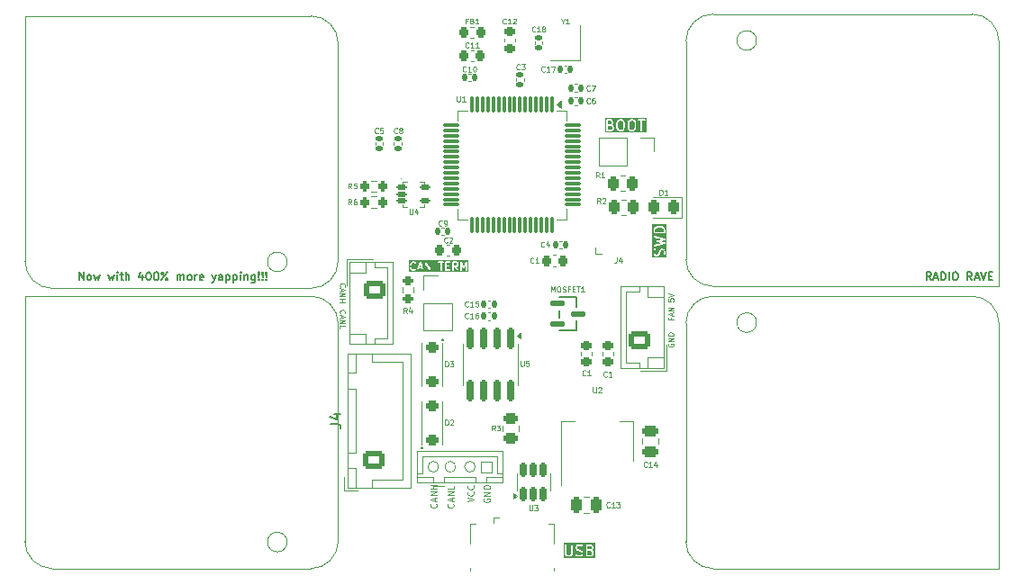
<source format=gto>
G04 #@! TF.GenerationSoftware,KiCad,Pcbnew,9.0.0*
G04 #@! TF.CreationDate,2025-04-17T11:48:43-07:00*
G04 #@! TF.ProjectId,Telemetry_STM32_V3,54656c65-6d65-4747-9279-5f53544d3332,rev?*
G04 #@! TF.SameCoordinates,Original*
G04 #@! TF.FileFunction,Legend,Top*
G04 #@! TF.FilePolarity,Positive*
%FSLAX46Y46*%
G04 Gerber Fmt 4.6, Leading zero omitted, Abs format (unit mm)*
G04 Created by KiCad (PCBNEW 9.0.0) date 2025-04-17 11:48:43*
%MOMM*%
%LPD*%
G01*
G04 APERTURE LIST*
G04 Aperture macros list*
%AMRoundRect*
0 Rectangle with rounded corners*
0 $1 Rounding radius*
0 $2 $3 $4 $5 $6 $7 $8 $9 X,Y pos of 4 corners*
0 Add a 4 corners polygon primitive as box body*
4,1,4,$2,$3,$4,$5,$6,$7,$8,$9,$2,$3,0*
0 Add four circle primitives for the rounded corners*
1,1,$1+$1,$2,$3*
1,1,$1+$1,$4,$5*
1,1,$1+$1,$6,$7*
1,1,$1+$1,$8,$9*
0 Add four rect primitives between the rounded corners*
20,1,$1+$1,$2,$3,$4,$5,0*
20,1,$1+$1,$4,$5,$6,$7,0*
20,1,$1+$1,$6,$7,$8,$9,0*
20,1,$1+$1,$8,$9,$2,$3,0*%
G04 Aperture macros list end*
%ADD10C,0.100000*%
%ADD11C,0.150000*%
%ADD12C,0.080000*%
%ADD13C,0.187500*%
%ADD14C,0.125000*%
%ADD15C,0.120000*%
%ADD16C,0.152400*%
%ADD17RoundRect,0.250000X0.262500X0.450000X-0.262500X0.450000X-0.262500X-0.450000X0.262500X-0.450000X0*%
%ADD18RoundRect,0.250000X-0.250000X-0.475000X0.250000X-0.475000X0.250000X0.475000X-0.250000X0.475000X0*%
%ADD19RoundRect,0.250000X0.750000X-0.600000X0.750000X0.600000X-0.750000X0.600000X-0.750000X-0.600000X0*%
%ADD20O,2.000000X1.700000*%
%ADD21RoundRect,0.112500X-0.362500X-0.112500X0.362500X-0.112500X0.362500X0.112500X-0.362500X0.112500X0*%
%ADD22RoundRect,0.140000X0.140000X0.170000X-0.140000X0.170000X-0.140000X-0.170000X0.140000X-0.170000X0*%
%ADD23C,1.810000*%
%ADD24R,1.500000X2.000000*%
%ADD25R,3.800000X2.000000*%
%ADD26C,3.200000*%
%ADD27RoundRect,0.250000X-0.450000X0.262500X-0.450000X-0.262500X0.450000X-0.262500X0.450000X0.262500X0*%
%ADD28R,1.700000X1.700000*%
%ADD29O,1.700000X1.700000*%
%ADD30RoundRect,0.075000X-0.075000X0.700000X-0.075000X-0.700000X0.075000X-0.700000X0.075000X0.700000X0*%
%ADD31RoundRect,0.075000X-0.700000X0.075000X-0.700000X-0.075000X0.700000X-0.075000X0.700000X0.075000X0*%
%ADD32RoundRect,0.245000X0.380000X-0.245000X0.380000X0.245000X-0.380000X0.245000X-0.380000X-0.245000X0*%
%ADD33RoundRect,0.200000X-0.275000X0.200000X-0.275000X-0.200000X0.275000X-0.200000X0.275000X0.200000X0*%
%ADD34RoundRect,0.150000X0.150000X-0.512500X0.150000X0.512500X-0.150000X0.512500X-0.150000X-0.512500X0*%
%ADD35RoundRect,0.140000X-0.170000X0.140000X-0.170000X-0.140000X0.170000X-0.140000X0.170000X0.140000X0*%
%ADD36RoundRect,0.140000X-0.140000X-0.170000X0.140000X-0.170000X0.140000X0.170000X-0.140000X0.170000X0*%
%ADD37RoundRect,0.139700X-0.571500X0.139700X-0.571500X-0.139700X0.571500X-0.139700X0.571500X0.139700X0*%
%ADD38R,0.400000X1.350000*%
%ADD39O,1.200000X1.900000*%
%ADD40R,1.200000X1.900000*%
%ADD41C,1.450000*%
%ADD42R,1.500000X1.900000*%
%ADD43RoundRect,0.245000X-0.380000X0.245000X-0.380000X-0.245000X0.380000X-0.245000X0.380000X0.245000X0*%
%ADD44RoundRect,0.200000X0.200000X0.275000X-0.200000X0.275000X-0.200000X-0.275000X0.200000X-0.275000X0*%
%ADD45R,1.000000X1.150000*%
%ADD46RoundRect,0.250000X-0.750000X0.600000X-0.750000X-0.600000X0.750000X-0.600000X0.750000X0.600000X0*%
%ADD47C,0.990600*%
%ADD48C,0.787400*%
%ADD49RoundRect,0.150000X-0.150000X0.825000X-0.150000X-0.825000X0.150000X-0.825000X0.150000X0.825000X0*%
%ADD50RoundRect,0.243750X0.243750X0.456250X-0.243750X0.456250X-0.243750X-0.456250X0.243750X-0.456250X0*%
%ADD51RoundRect,0.225000X0.250000X-0.225000X0.250000X0.225000X-0.250000X0.225000X-0.250000X-0.225000X0*%
%ADD52RoundRect,0.218750X-0.218750X-0.256250X0.218750X-0.256250X0.218750X0.256250X-0.218750X0.256250X0*%
%ADD53RoundRect,0.225000X0.225000X0.250000X-0.225000X0.250000X-0.225000X-0.250000X0.225000X-0.250000X0*%
%ADD54RoundRect,0.225000X-0.250000X0.225000X-0.250000X-0.225000X0.250000X-0.225000X0.250000X0.225000X0*%
%ADD55RoundRect,0.250000X0.725000X-0.600000X0.725000X0.600000X-0.725000X0.600000X-0.725000X-0.600000X0*%
%ADD56O,1.950000X1.700000*%
%ADD57RoundRect,0.250000X0.475000X-0.250000X0.475000X0.250000X-0.475000X0.250000X-0.475000X-0.250000X0*%
G04 APERTURE END LIST*
D10*
X146600000Y-129900000D02*
X146600000Y-129400000D01*
X147100000Y-127900000D02*
X148100000Y-127900000D01*
X148100000Y-128900000D01*
X147100000Y-128900000D01*
X147100000Y-127900000D01*
X149100000Y-129400000D02*
X147600000Y-129400000D01*
X146600000Y-129400000D02*
X143600000Y-129400000D01*
X143600000Y-129900000D02*
X143600000Y-129400000D01*
X141100000Y-129400000D02*
X142600000Y-129400000D01*
X149100000Y-129900000D02*
X141100000Y-129900000D01*
X148100000Y-127400000D02*
X148600000Y-127400000D01*
X147600000Y-129400000D02*
X147600000Y-129900000D01*
X143100000Y-128400000D02*
G75*
G02*
X142100000Y-128400000I-500000J0D01*
G01*
X142100000Y-128400000D02*
G75*
G02*
X143100000Y-128400000I500000J0D01*
G01*
X142600000Y-130250000D02*
X143600000Y-130250000D01*
X141100000Y-126900000D02*
X149100000Y-126900000D01*
X141100000Y-129000000D02*
X141600000Y-129000000D01*
X141100000Y-129900000D02*
X141100000Y-126900000D01*
X141600000Y-129000000D02*
X141600000Y-127400000D01*
X144700000Y-128400000D02*
G75*
G02*
X143700000Y-128400000I-500000J0D01*
G01*
X143700000Y-128400000D02*
G75*
G02*
X144700000Y-128400000I500000J0D01*
G01*
X141600000Y-127400000D02*
X148100000Y-127400000D01*
X142600000Y-129400000D02*
X142600000Y-129900000D01*
X148600000Y-127400000D02*
X148600000Y-129000000D01*
X148600000Y-129000000D02*
X149100000Y-129000000D01*
X146550000Y-128400000D02*
G75*
G02*
X145550000Y-128400000I-500000J0D01*
G01*
X145550000Y-128400000D02*
G75*
G02*
X146550000Y-128400000I500000J0D01*
G01*
X149100000Y-126900000D02*
X149100000Y-129900000D01*
D11*
G36*
X157472455Y-136359180D02*
G01*
X157498949Y-136385674D01*
X157533207Y-136454190D01*
X157533207Y-136561637D01*
X157498948Y-136630153D01*
X157468541Y-136660561D01*
X157400026Y-136694819D01*
X157111779Y-136694819D01*
X157111779Y-136321009D01*
X157357942Y-136321009D01*
X157472455Y-136359180D01*
G37*
G36*
X157420923Y-135879077D02*
G01*
X157451330Y-135909484D01*
X157485588Y-135978000D01*
X157485588Y-136037828D01*
X157451330Y-136106344D01*
X157420923Y-136136751D01*
X157352407Y-136171009D01*
X157111779Y-136171009D01*
X157111779Y-135844819D01*
X157352407Y-135844819D01*
X157420923Y-135879077D01*
G37*
G36*
X157794318Y-136955930D02*
G01*
X154850668Y-136955930D01*
X154850668Y-135769819D01*
X154961779Y-135769819D01*
X154961779Y-136579342D01*
X154963220Y-136593974D01*
X154964251Y-136596463D01*
X154964442Y-136599151D01*
X154969697Y-136612883D01*
X155017316Y-136708121D01*
X155021279Y-136714417D01*
X155022037Y-136716247D01*
X155023726Y-136718305D01*
X155025148Y-136720564D01*
X155026646Y-136721863D01*
X155031364Y-136727612D01*
X155078983Y-136775232D01*
X155084732Y-136779950D01*
X155086033Y-136781450D01*
X155088292Y-136782872D01*
X155090349Y-136784560D01*
X155092176Y-136785317D01*
X155098476Y-136789282D01*
X155193714Y-136836901D01*
X155207445Y-136842156D01*
X155210134Y-136842347D01*
X155212623Y-136843378D01*
X155227255Y-136844819D01*
X155417731Y-136844819D01*
X155432363Y-136843378D01*
X155434852Y-136842346D01*
X155437540Y-136842156D01*
X155451272Y-136836901D01*
X155546510Y-136789282D01*
X155552809Y-136785317D01*
X155554637Y-136784560D01*
X155556693Y-136782872D01*
X155558953Y-136781450D01*
X155560253Y-136779950D01*
X155566003Y-136775232D01*
X155613621Y-136727613D01*
X155618339Y-136721863D01*
X155619838Y-136720564D01*
X155621259Y-136718305D01*
X155622949Y-136716247D01*
X155623706Y-136714417D01*
X155627670Y-136708121D01*
X155675289Y-136612883D01*
X155680544Y-136599152D01*
X155680735Y-136596462D01*
X155681766Y-136593974D01*
X155683207Y-136579342D01*
X155683207Y-135960295D01*
X155961779Y-135960295D01*
X155961779Y-136055533D01*
X155963220Y-136070165D01*
X155964251Y-136072654D01*
X155964442Y-136075342D01*
X155969697Y-136089074D01*
X156017316Y-136184312D01*
X156021280Y-136190611D01*
X156022038Y-136192439D01*
X156023726Y-136194495D01*
X156025148Y-136196755D01*
X156026646Y-136198054D01*
X156031365Y-136203804D01*
X156078984Y-136251423D01*
X156084733Y-136256141D01*
X156086033Y-136257640D01*
X156088292Y-136259061D01*
X156090349Y-136260750D01*
X156092176Y-136261507D01*
X156098476Y-136265472D01*
X156193714Y-136313091D01*
X156194783Y-136313500D01*
X156195219Y-136313823D01*
X156201355Y-136316015D01*
X156207445Y-136318346D01*
X156207985Y-136318384D01*
X156209065Y-136318770D01*
X156391555Y-136364392D01*
X156468542Y-136402886D01*
X156498949Y-136433293D01*
X156533207Y-136501809D01*
X156533207Y-136561637D01*
X156498948Y-136630153D01*
X156468541Y-136660561D01*
X156400026Y-136694819D01*
X156191806Y-136694819D01*
X156060496Y-136651049D01*
X156046159Y-136647789D01*
X156016969Y-136649864D01*
X155990796Y-136662950D01*
X155971622Y-136685057D01*
X155962368Y-136712820D01*
X155964443Y-136742010D01*
X155977529Y-136768183D01*
X155999636Y-136787357D01*
X156013062Y-136793351D01*
X156155918Y-136840970D01*
X156163173Y-136842619D01*
X156165004Y-136843378D01*
X156167657Y-136843639D01*
X156170255Y-136844230D01*
X156172229Y-136844089D01*
X156179636Y-136844819D01*
X156417731Y-136844819D01*
X156432363Y-136843378D01*
X156434852Y-136842346D01*
X156437540Y-136842156D01*
X156451272Y-136836901D01*
X156546510Y-136789282D01*
X156552809Y-136785317D01*
X156554637Y-136784560D01*
X156556693Y-136782872D01*
X156558953Y-136781450D01*
X156560253Y-136779950D01*
X156566003Y-136775232D01*
X156613621Y-136727613D01*
X156618339Y-136721863D01*
X156619838Y-136720564D01*
X156621259Y-136718305D01*
X156622949Y-136716247D01*
X156623706Y-136714417D01*
X156627670Y-136708121D01*
X156675289Y-136612883D01*
X156680544Y-136599152D01*
X156680735Y-136596462D01*
X156681766Y-136593974D01*
X156683207Y-136579342D01*
X156683207Y-136484104D01*
X156681766Y-136469472D01*
X156680735Y-136466983D01*
X156680544Y-136464294D01*
X156675289Y-136450563D01*
X156627670Y-136355325D01*
X156623705Y-136349025D01*
X156622948Y-136347198D01*
X156621259Y-136345141D01*
X156619838Y-136342882D01*
X156618339Y-136341582D01*
X156613621Y-136335833D01*
X156566002Y-136288214D01*
X156560252Y-136283495D01*
X156558953Y-136281997D01*
X156556693Y-136280575D01*
X156554637Y-136278887D01*
X156552809Y-136278129D01*
X156546510Y-136274165D01*
X156451272Y-136226546D01*
X156450202Y-136226136D01*
X156449767Y-136225814D01*
X156443621Y-136223618D01*
X156437540Y-136221291D01*
X156437000Y-136221252D01*
X156435921Y-136220867D01*
X156253431Y-136175244D01*
X156176444Y-136136751D01*
X156146037Y-136106344D01*
X156111779Y-136037828D01*
X156111779Y-135978000D01*
X156146037Y-135909484D01*
X156176444Y-135879077D01*
X156244960Y-135844819D01*
X156453180Y-135844819D01*
X156584489Y-135888589D01*
X156598826Y-135891849D01*
X156628016Y-135889774D01*
X156654190Y-135876688D01*
X156673364Y-135854580D01*
X156682618Y-135826818D01*
X156680543Y-135797628D01*
X156667456Y-135771455D01*
X156665570Y-135769819D01*
X156961779Y-135769819D01*
X156961779Y-136769819D01*
X156963220Y-136784451D01*
X156974419Y-136811487D01*
X156995111Y-136832179D01*
X157022147Y-136843378D01*
X157036779Y-136844819D01*
X157417731Y-136844819D01*
X157432363Y-136843378D01*
X157434852Y-136842346D01*
X157437540Y-136842156D01*
X157451272Y-136836901D01*
X157546510Y-136789282D01*
X157552809Y-136785317D01*
X157554637Y-136784560D01*
X157556693Y-136782872D01*
X157558953Y-136781450D01*
X157560253Y-136779950D01*
X157566003Y-136775232D01*
X157613621Y-136727613D01*
X157618339Y-136721863D01*
X157619838Y-136720564D01*
X157621259Y-136718305D01*
X157622949Y-136716247D01*
X157623706Y-136714417D01*
X157627670Y-136708121D01*
X157675289Y-136612883D01*
X157680544Y-136599152D01*
X157680735Y-136596462D01*
X157681766Y-136593974D01*
X157683207Y-136579342D01*
X157683207Y-136436485D01*
X157681766Y-136421853D01*
X157680735Y-136419364D01*
X157680544Y-136416675D01*
X157675289Y-136402944D01*
X157627670Y-136307706D01*
X157623705Y-136301406D01*
X157622948Y-136299579D01*
X157621259Y-136297522D01*
X157619838Y-136295263D01*
X157618339Y-136293963D01*
X157613621Y-136288214D01*
X157566002Y-136240595D01*
X157554637Y-136231268D01*
X157552146Y-136230236D01*
X157550111Y-136228471D01*
X157544043Y-136225762D01*
X157566002Y-136203804D01*
X157570720Y-136198054D01*
X157572219Y-136196755D01*
X157573640Y-136194495D01*
X157575329Y-136192439D01*
X157576086Y-136190611D01*
X157580051Y-136184312D01*
X157627670Y-136089074D01*
X157632925Y-136075343D01*
X157633116Y-136072653D01*
X157634147Y-136070165D01*
X157635588Y-136055533D01*
X157635588Y-135960295D01*
X157634147Y-135945663D01*
X157633116Y-135943174D01*
X157632925Y-135940485D01*
X157627670Y-135926754D01*
X157580051Y-135831516D01*
X157576086Y-135825216D01*
X157575329Y-135823389D01*
X157573640Y-135821332D01*
X157572219Y-135819073D01*
X157570720Y-135817773D01*
X157566002Y-135812024D01*
X157518383Y-135764405D01*
X157512633Y-135759686D01*
X157511334Y-135758188D01*
X157509074Y-135756766D01*
X157507018Y-135755078D01*
X157505190Y-135754320D01*
X157498891Y-135750356D01*
X157403653Y-135702737D01*
X157389921Y-135697482D01*
X157387233Y-135697291D01*
X157384744Y-135696260D01*
X157370112Y-135694819D01*
X157036779Y-135694819D01*
X157022147Y-135696260D01*
X156995111Y-135707459D01*
X156974419Y-135728151D01*
X156963220Y-135755187D01*
X156961779Y-135769819D01*
X156665570Y-135769819D01*
X156645349Y-135752281D01*
X156631924Y-135746287D01*
X156489067Y-135698668D01*
X156481813Y-135697018D01*
X156479982Y-135696260D01*
X156477327Y-135695998D01*
X156474730Y-135695408D01*
X156472755Y-135695548D01*
X156465350Y-135694819D01*
X156227255Y-135694819D01*
X156212623Y-135696260D01*
X156210134Y-135697290D01*
X156207445Y-135697482D01*
X156193714Y-135702737D01*
X156098476Y-135750356D01*
X156092176Y-135754320D01*
X156090349Y-135755078D01*
X156088292Y-135756766D01*
X156086033Y-135758188D01*
X156084733Y-135759686D01*
X156078984Y-135764405D01*
X156031365Y-135812024D01*
X156026646Y-135817773D01*
X156025148Y-135819073D01*
X156023726Y-135821332D01*
X156022038Y-135823389D01*
X156021280Y-135825216D01*
X156017316Y-135831516D01*
X155969697Y-135926754D01*
X155964442Y-135940486D01*
X155964251Y-135943173D01*
X155963220Y-135945663D01*
X155961779Y-135960295D01*
X155683207Y-135960295D01*
X155683207Y-135769819D01*
X155681766Y-135755187D01*
X155670567Y-135728151D01*
X155649875Y-135707459D01*
X155622839Y-135696260D01*
X155593575Y-135696260D01*
X155566539Y-135707459D01*
X155545847Y-135728151D01*
X155534648Y-135755187D01*
X155533207Y-135769819D01*
X155533207Y-136561637D01*
X155498948Y-136630153D01*
X155468541Y-136660561D01*
X155400026Y-136694819D01*
X155244960Y-136694819D01*
X155176444Y-136660561D01*
X155146037Y-136630153D01*
X155111779Y-136561637D01*
X155111779Y-135769819D01*
X155110338Y-135755187D01*
X155099139Y-135728151D01*
X155078447Y-135707459D01*
X155051411Y-135696260D01*
X155022147Y-135696260D01*
X154995111Y-135707459D01*
X154974419Y-135728151D01*
X154963220Y-135755187D01*
X154961779Y-135769819D01*
X154850668Y-135769819D01*
X154850668Y-135583708D01*
X157794318Y-135583708D01*
X157794318Y-136955930D01*
G37*
D12*
X133862969Y-113957392D02*
X133839160Y-113933583D01*
X133839160Y-113933583D02*
X133815350Y-113862154D01*
X133815350Y-113862154D02*
X133815350Y-113814535D01*
X133815350Y-113814535D02*
X133839160Y-113743107D01*
X133839160Y-113743107D02*
X133886779Y-113695488D01*
X133886779Y-113695488D02*
X133934398Y-113671678D01*
X133934398Y-113671678D02*
X134029636Y-113647869D01*
X134029636Y-113647869D02*
X134101064Y-113647869D01*
X134101064Y-113647869D02*
X134196302Y-113671678D01*
X134196302Y-113671678D02*
X134243921Y-113695488D01*
X134243921Y-113695488D02*
X134291540Y-113743107D01*
X134291540Y-113743107D02*
X134315350Y-113814535D01*
X134315350Y-113814535D02*
X134315350Y-113862154D01*
X134315350Y-113862154D02*
X134291540Y-113933583D01*
X134291540Y-113933583D02*
X134267731Y-113957392D01*
X133958207Y-114147869D02*
X133958207Y-114385964D01*
X133815350Y-114100250D02*
X134315350Y-114266916D01*
X134315350Y-114266916D02*
X133815350Y-114433583D01*
X133815350Y-114600249D02*
X134315350Y-114600249D01*
X134315350Y-114600249D02*
X133815350Y-114885963D01*
X133815350Y-114885963D02*
X134315350Y-114885963D01*
X133815350Y-115362154D02*
X133815350Y-115124059D01*
X133815350Y-115124059D02*
X134315350Y-115124059D01*
D10*
X153684836Y-111933609D02*
X153684836Y-111433609D01*
X153684836Y-111433609D02*
X153851503Y-111790752D01*
X153851503Y-111790752D02*
X154018169Y-111433609D01*
X154018169Y-111433609D02*
X154018169Y-111933609D01*
X154351503Y-111433609D02*
X154446741Y-111433609D01*
X154446741Y-111433609D02*
X154494360Y-111457419D01*
X154494360Y-111457419D02*
X154541979Y-111505038D01*
X154541979Y-111505038D02*
X154565789Y-111600276D01*
X154565789Y-111600276D02*
X154565789Y-111766942D01*
X154565789Y-111766942D02*
X154541979Y-111862180D01*
X154541979Y-111862180D02*
X154494360Y-111909800D01*
X154494360Y-111909800D02*
X154446741Y-111933609D01*
X154446741Y-111933609D02*
X154351503Y-111933609D01*
X154351503Y-111933609D02*
X154303884Y-111909800D01*
X154303884Y-111909800D02*
X154256265Y-111862180D01*
X154256265Y-111862180D02*
X154232456Y-111766942D01*
X154232456Y-111766942D02*
X154232456Y-111600276D01*
X154232456Y-111600276D02*
X154256265Y-111505038D01*
X154256265Y-111505038D02*
X154303884Y-111457419D01*
X154303884Y-111457419D02*
X154351503Y-111433609D01*
X154756266Y-111909800D02*
X154827694Y-111933609D01*
X154827694Y-111933609D02*
X154946742Y-111933609D01*
X154946742Y-111933609D02*
X154994361Y-111909800D01*
X154994361Y-111909800D02*
X155018170Y-111885990D01*
X155018170Y-111885990D02*
X155041980Y-111838371D01*
X155041980Y-111838371D02*
X155041980Y-111790752D01*
X155041980Y-111790752D02*
X155018170Y-111743133D01*
X155018170Y-111743133D02*
X154994361Y-111719323D01*
X154994361Y-111719323D02*
X154946742Y-111695514D01*
X154946742Y-111695514D02*
X154851504Y-111671704D01*
X154851504Y-111671704D02*
X154803885Y-111647895D01*
X154803885Y-111647895D02*
X154780075Y-111624085D01*
X154780075Y-111624085D02*
X154756266Y-111576466D01*
X154756266Y-111576466D02*
X154756266Y-111528847D01*
X154756266Y-111528847D02*
X154780075Y-111481228D01*
X154780075Y-111481228D02*
X154803885Y-111457419D01*
X154803885Y-111457419D02*
X154851504Y-111433609D01*
X154851504Y-111433609D02*
X154970551Y-111433609D01*
X154970551Y-111433609D02*
X155041980Y-111457419D01*
X155422932Y-111671704D02*
X155256265Y-111671704D01*
X155256265Y-111933609D02*
X155256265Y-111433609D01*
X155256265Y-111433609D02*
X155494360Y-111433609D01*
X155684836Y-111671704D02*
X155851503Y-111671704D01*
X155922931Y-111933609D02*
X155684836Y-111933609D01*
X155684836Y-111933609D02*
X155684836Y-111433609D01*
X155684836Y-111433609D02*
X155922931Y-111433609D01*
X156065789Y-111433609D02*
X156351503Y-111433609D01*
X156208646Y-111933609D02*
X156208646Y-111433609D01*
X156780074Y-111933609D02*
X156494360Y-111933609D01*
X156637217Y-111933609D02*
X156637217Y-111433609D01*
X156637217Y-111433609D02*
X156589598Y-111505038D01*
X156589598Y-111505038D02*
X156541979Y-111552657D01*
X156541979Y-111552657D02*
X156494360Y-111576466D01*
D12*
X144465268Y-131861654D02*
X144493840Y-131890226D01*
X144493840Y-131890226D02*
X144522411Y-131975940D01*
X144522411Y-131975940D02*
X144522411Y-132033083D01*
X144522411Y-132033083D02*
X144493840Y-132118797D01*
X144493840Y-132118797D02*
X144436697Y-132175940D01*
X144436697Y-132175940D02*
X144379554Y-132204511D01*
X144379554Y-132204511D02*
X144265268Y-132233083D01*
X144265268Y-132233083D02*
X144179554Y-132233083D01*
X144179554Y-132233083D02*
X144065268Y-132204511D01*
X144065268Y-132204511D02*
X144008125Y-132175940D01*
X144008125Y-132175940D02*
X143950982Y-132118797D01*
X143950982Y-132118797D02*
X143922411Y-132033083D01*
X143922411Y-132033083D02*
X143922411Y-131975940D01*
X143922411Y-131975940D02*
X143950982Y-131890226D01*
X143950982Y-131890226D02*
X143979554Y-131861654D01*
X144350982Y-131633083D02*
X144350982Y-131347369D01*
X144522411Y-131690226D02*
X143922411Y-131490226D01*
X143922411Y-131490226D02*
X144522411Y-131290226D01*
X144522411Y-131090225D02*
X143922411Y-131090225D01*
X143922411Y-131090225D02*
X144522411Y-130747368D01*
X144522411Y-130747368D02*
X143922411Y-130747368D01*
X144522411Y-130175940D02*
X144522411Y-130461654D01*
X144522411Y-130461654D02*
X143922411Y-130461654D01*
X133862969Y-111457392D02*
X133839160Y-111433583D01*
X133839160Y-111433583D02*
X133815350Y-111362154D01*
X133815350Y-111362154D02*
X133815350Y-111314535D01*
X133815350Y-111314535D02*
X133839160Y-111243107D01*
X133839160Y-111243107D02*
X133886779Y-111195488D01*
X133886779Y-111195488D02*
X133934398Y-111171678D01*
X133934398Y-111171678D02*
X134029636Y-111147869D01*
X134029636Y-111147869D02*
X134101064Y-111147869D01*
X134101064Y-111147869D02*
X134196302Y-111171678D01*
X134196302Y-111171678D02*
X134243921Y-111195488D01*
X134243921Y-111195488D02*
X134291540Y-111243107D01*
X134291540Y-111243107D02*
X134315350Y-111314535D01*
X134315350Y-111314535D02*
X134315350Y-111362154D01*
X134315350Y-111362154D02*
X134291540Y-111433583D01*
X134291540Y-111433583D02*
X134267731Y-111457392D01*
X133958207Y-111647869D02*
X133958207Y-111885964D01*
X133815350Y-111600250D02*
X134315350Y-111766916D01*
X134315350Y-111766916D02*
X133815350Y-111933583D01*
X133815350Y-112100249D02*
X134315350Y-112100249D01*
X134315350Y-112100249D02*
X133815350Y-112385963D01*
X133815350Y-112385963D02*
X134315350Y-112385963D01*
X133815350Y-112624059D02*
X134315350Y-112624059D01*
X134077255Y-112624059D02*
X134077255Y-112909773D01*
X133815350Y-112909773D02*
X134315350Y-112909773D01*
X164708459Y-116816416D02*
X164684649Y-116864035D01*
X164684649Y-116864035D02*
X164684649Y-116935464D01*
X164684649Y-116935464D02*
X164708459Y-117006892D01*
X164708459Y-117006892D02*
X164756078Y-117054511D01*
X164756078Y-117054511D02*
X164803697Y-117078321D01*
X164803697Y-117078321D02*
X164898935Y-117102130D01*
X164898935Y-117102130D02*
X164970363Y-117102130D01*
X164970363Y-117102130D02*
X165065601Y-117078321D01*
X165065601Y-117078321D02*
X165113220Y-117054511D01*
X165113220Y-117054511D02*
X165160840Y-117006892D01*
X165160840Y-117006892D02*
X165184649Y-116935464D01*
X165184649Y-116935464D02*
X165184649Y-116887845D01*
X165184649Y-116887845D02*
X165160840Y-116816416D01*
X165160840Y-116816416D02*
X165137030Y-116792607D01*
X165137030Y-116792607D02*
X164970363Y-116792607D01*
X164970363Y-116792607D02*
X164970363Y-116887845D01*
X165184649Y-116578321D02*
X164684649Y-116578321D01*
X164684649Y-116578321D02*
X165184649Y-116292607D01*
X165184649Y-116292607D02*
X164684649Y-116292607D01*
X165184649Y-116054511D02*
X164684649Y-116054511D01*
X164684649Y-116054511D02*
X164684649Y-115935463D01*
X164684649Y-115935463D02*
X164708459Y-115864035D01*
X164708459Y-115864035D02*
X164756078Y-115816416D01*
X164756078Y-115816416D02*
X164803697Y-115792606D01*
X164803697Y-115792606D02*
X164898935Y-115768797D01*
X164898935Y-115768797D02*
X164970363Y-115768797D01*
X164970363Y-115768797D02*
X165065601Y-115792606D01*
X165065601Y-115792606D02*
X165113220Y-115816416D01*
X165113220Y-115816416D02*
X165160840Y-115864035D01*
X165160840Y-115864035D02*
X165184649Y-115935463D01*
X165184649Y-115935463D02*
X165184649Y-116054511D01*
D11*
G36*
X164105547Y-105914937D02*
G01*
X164182534Y-105953431D01*
X164256648Y-106027544D01*
X164294819Y-106142057D01*
X164294819Y-106292982D01*
X163444819Y-106292982D01*
X163444819Y-106142057D01*
X163482990Y-106027543D01*
X163557103Y-105953431D01*
X163634090Y-105914937D01*
X163807624Y-105871554D01*
X163932013Y-105871554D01*
X164105547Y-105914937D01*
G37*
G36*
X164555930Y-108696950D02*
G01*
X163183708Y-108696950D01*
X163183708Y-108082268D01*
X163294819Y-108082268D01*
X163294819Y-108320363D01*
X163296260Y-108334995D01*
X163297291Y-108337484D01*
X163297482Y-108340172D01*
X163302737Y-108353904D01*
X163350356Y-108449142D01*
X163354320Y-108455441D01*
X163355078Y-108457269D01*
X163356766Y-108459325D01*
X163358188Y-108461585D01*
X163359686Y-108462884D01*
X163364405Y-108468634D01*
X163412024Y-108516253D01*
X163417773Y-108520971D01*
X163419073Y-108522470D01*
X163421332Y-108523891D01*
X163423389Y-108525580D01*
X163425216Y-108526337D01*
X163431516Y-108530302D01*
X163526754Y-108577921D01*
X163540485Y-108583176D01*
X163543174Y-108583367D01*
X163545663Y-108584398D01*
X163560295Y-108585839D01*
X163655533Y-108585839D01*
X163670165Y-108584398D01*
X163672654Y-108583366D01*
X163675342Y-108583176D01*
X163689074Y-108577921D01*
X163784312Y-108530302D01*
X163790611Y-108526337D01*
X163792439Y-108525580D01*
X163794495Y-108523891D01*
X163796755Y-108522470D01*
X163798054Y-108520971D01*
X163803804Y-108516253D01*
X163851423Y-108468634D01*
X163856141Y-108462884D01*
X163857640Y-108461585D01*
X163859061Y-108459325D01*
X163860750Y-108457269D01*
X163861507Y-108455441D01*
X163865472Y-108449142D01*
X163913091Y-108353904D01*
X163913500Y-108352834D01*
X163913823Y-108352399D01*
X163916015Y-108346262D01*
X163918346Y-108340173D01*
X163918384Y-108339632D01*
X163918770Y-108338553D01*
X163964392Y-108156063D01*
X164002886Y-108079076D01*
X164033293Y-108048669D01*
X164101809Y-108014411D01*
X164161637Y-108014411D01*
X164230153Y-108048669D01*
X164260561Y-108079076D01*
X164294819Y-108147592D01*
X164294819Y-108355812D01*
X164251049Y-108487122D01*
X164247789Y-108501459D01*
X164249864Y-108530649D01*
X164262950Y-108556822D01*
X164285057Y-108575996D01*
X164312820Y-108585250D01*
X164342010Y-108583175D01*
X164368183Y-108570089D01*
X164387357Y-108547982D01*
X164393351Y-108534556D01*
X164440970Y-108391700D01*
X164442619Y-108384444D01*
X164443378Y-108382614D01*
X164443639Y-108379960D01*
X164444230Y-108377363D01*
X164444089Y-108375388D01*
X164444819Y-108367982D01*
X164444819Y-108129887D01*
X164443378Y-108115255D01*
X164442347Y-108112766D01*
X164442156Y-108110077D01*
X164436901Y-108096346D01*
X164389282Y-108001108D01*
X164385317Y-107994808D01*
X164384560Y-107992981D01*
X164382872Y-107990924D01*
X164381450Y-107988665D01*
X164379950Y-107987364D01*
X164375232Y-107981615D01*
X164327612Y-107933996D01*
X164321863Y-107929278D01*
X164320564Y-107927780D01*
X164318305Y-107926358D01*
X164316247Y-107924669D01*
X164314417Y-107923911D01*
X164308121Y-107919948D01*
X164212883Y-107872329D01*
X164199151Y-107867074D01*
X164196463Y-107866883D01*
X164193974Y-107865852D01*
X164179342Y-107864411D01*
X164084104Y-107864411D01*
X164069472Y-107865852D01*
X164066983Y-107866882D01*
X164064294Y-107867074D01*
X164050563Y-107872329D01*
X163955325Y-107919948D01*
X163949025Y-107923912D01*
X163947198Y-107924670D01*
X163945141Y-107926358D01*
X163942882Y-107927780D01*
X163941582Y-107929278D01*
X163935833Y-107933997D01*
X163888214Y-107981616D01*
X163883495Y-107987365D01*
X163881997Y-107988665D01*
X163880575Y-107990924D01*
X163878887Y-107992981D01*
X163878129Y-107994808D01*
X163874165Y-108001108D01*
X163826546Y-108096346D01*
X163826136Y-108097415D01*
X163825814Y-108097851D01*
X163823618Y-108103996D01*
X163821291Y-108110078D01*
X163821252Y-108110617D01*
X163820867Y-108111697D01*
X163775244Y-108294187D01*
X163736751Y-108371174D01*
X163706344Y-108401581D01*
X163637828Y-108435839D01*
X163578000Y-108435839D01*
X163509484Y-108401581D01*
X163479077Y-108371174D01*
X163444819Y-108302658D01*
X163444819Y-108094438D01*
X163488589Y-107963129D01*
X163491849Y-107948792D01*
X163489774Y-107919602D01*
X163476688Y-107893428D01*
X163454580Y-107874254D01*
X163426818Y-107865000D01*
X163397628Y-107867075D01*
X163371455Y-107880162D01*
X163352281Y-107902269D01*
X163346287Y-107915694D01*
X163298668Y-108058551D01*
X163297018Y-108065804D01*
X163296260Y-108067636D01*
X163295998Y-108070290D01*
X163295408Y-108072888D01*
X163295548Y-108074862D01*
X163294819Y-108082268D01*
X163183708Y-108082268D01*
X163183708Y-106746131D01*
X163294871Y-106746131D01*
X163299504Y-106775026D01*
X163314840Y-106799948D01*
X163338547Y-106817105D01*
X163352447Y-106821895D01*
X164063303Y-106991146D01*
X163636208Y-107105038D01*
X163632780Y-107106323D01*
X163631340Y-107106515D01*
X163629629Y-107107505D01*
X163622442Y-107110201D01*
X163614582Y-107116216D01*
X163606015Y-107121177D01*
X163603061Y-107125034D01*
X163599204Y-107127988D01*
X163594243Y-107136555D01*
X163588228Y-107144415D01*
X163586976Y-107149107D01*
X163584542Y-107153313D01*
X163583237Y-107163128D01*
X163580688Y-107172691D01*
X163581327Y-107177506D01*
X163580688Y-107182321D01*
X163583237Y-107191883D01*
X163584542Y-107201699D01*
X163586976Y-107205904D01*
X163588228Y-107210597D01*
X163594243Y-107218456D01*
X163599204Y-107227024D01*
X163603061Y-107229977D01*
X163606015Y-107233835D01*
X163614582Y-107238795D01*
X163622442Y-107244811D01*
X163629629Y-107247506D01*
X163631340Y-107248497D01*
X163632780Y-107248688D01*
X163636208Y-107249974D01*
X164063303Y-107363865D01*
X163352447Y-107533117D01*
X163338547Y-107537907D01*
X163314840Y-107555064D01*
X163299504Y-107579986D01*
X163294871Y-107608881D01*
X163301649Y-107637349D01*
X163318806Y-107661056D01*
X163343728Y-107676392D01*
X163372623Y-107681025D01*
X163387191Y-107679037D01*
X164387191Y-107440942D01*
X164392209Y-107439212D01*
X164394013Y-107438973D01*
X164395642Y-107438029D01*
X164401091Y-107436152D01*
X164409914Y-107429766D01*
X164419337Y-107424311D01*
X164421677Y-107421253D01*
X164424798Y-107418995D01*
X164430503Y-107409723D01*
X164437125Y-107401073D01*
X164438118Y-107397349D01*
X164440134Y-107394073D01*
X164441856Y-107383329D01*
X164444665Y-107372798D01*
X164444157Y-107368979D01*
X164444767Y-107365178D01*
X164442244Y-107354582D01*
X164440810Y-107343789D01*
X164438881Y-107340457D01*
X164437989Y-107336710D01*
X164431602Y-107327885D01*
X164426148Y-107318464D01*
X164423090Y-107316123D01*
X164420832Y-107313003D01*
X164411559Y-107307297D01*
X164402911Y-107300677D01*
X164397509Y-107298651D01*
X164395910Y-107297667D01*
X164394119Y-107297379D01*
X164389144Y-107295514D01*
X163946613Y-107177506D01*
X164389144Y-107059498D01*
X164394119Y-107057632D01*
X164395910Y-107057345D01*
X164397509Y-107056360D01*
X164402911Y-107054335D01*
X164411559Y-107047714D01*
X164420832Y-107042009D01*
X164423090Y-107038888D01*
X164426148Y-107036548D01*
X164431602Y-107027126D01*
X164437989Y-107018302D01*
X164438881Y-107014554D01*
X164440810Y-107011223D01*
X164442244Y-107000429D01*
X164444767Y-106989834D01*
X164444157Y-106986032D01*
X164444665Y-106982214D01*
X164441856Y-106971682D01*
X164440134Y-106960939D01*
X164438118Y-106957662D01*
X164437125Y-106953939D01*
X164430503Y-106945288D01*
X164424798Y-106936017D01*
X164421677Y-106933758D01*
X164419337Y-106930701D01*
X164409914Y-106925245D01*
X164401091Y-106918860D01*
X164395642Y-106916982D01*
X164394013Y-106916039D01*
X164392209Y-106915799D01*
X164387191Y-106914070D01*
X163387191Y-106675975D01*
X163372623Y-106673987D01*
X163343728Y-106678620D01*
X163318806Y-106693956D01*
X163301649Y-106717663D01*
X163294871Y-106746131D01*
X163183708Y-106746131D01*
X163183708Y-106129887D01*
X163294819Y-106129887D01*
X163294819Y-106367982D01*
X163296260Y-106382614D01*
X163307459Y-106409650D01*
X163328151Y-106430342D01*
X163355187Y-106441541D01*
X163369819Y-106442982D01*
X164369819Y-106442982D01*
X164384451Y-106441541D01*
X164411487Y-106430342D01*
X164432179Y-106409650D01*
X164443378Y-106382614D01*
X164444819Y-106367982D01*
X164444819Y-106129887D01*
X164444089Y-106122480D01*
X164444230Y-106120506D01*
X164443639Y-106117908D01*
X164443378Y-106115255D01*
X164442619Y-106113424D01*
X164440970Y-106106169D01*
X164393351Y-105963313D01*
X164387357Y-105949887D01*
X164385592Y-105947852D01*
X164384561Y-105945362D01*
X164375233Y-105933997D01*
X164279994Y-105838759D01*
X164274244Y-105834040D01*
X164272945Y-105832542D01*
X164270686Y-105831120D01*
X164268628Y-105829431D01*
X164266798Y-105828673D01*
X164260502Y-105824710D01*
X164165264Y-105777091D01*
X164164194Y-105776681D01*
X164163759Y-105776359D01*
X164157613Y-105774163D01*
X164151532Y-105771836D01*
X164150992Y-105771797D01*
X164149913Y-105771412D01*
X163959437Y-105723793D01*
X163956900Y-105723417D01*
X163955879Y-105722995D01*
X163950366Y-105722452D01*
X163944893Y-105721643D01*
X163943800Y-105721805D01*
X163941247Y-105721554D01*
X163798390Y-105721554D01*
X163795836Y-105721805D01*
X163794744Y-105721643D01*
X163789270Y-105722452D01*
X163783758Y-105722995D01*
X163782736Y-105723417D01*
X163780200Y-105723793D01*
X163589724Y-105771412D01*
X163588644Y-105771797D01*
X163588104Y-105771836D01*
X163582014Y-105774166D01*
X163575878Y-105776359D01*
X163575442Y-105776681D01*
X163574373Y-105777091D01*
X163479135Y-105824710D01*
X163472840Y-105828672D01*
X163471008Y-105829431D01*
X163468946Y-105831122D01*
X163466692Y-105832542D01*
X163465393Y-105834038D01*
X163459643Y-105838759D01*
X163364405Y-105933997D01*
X163355078Y-105945362D01*
X163354046Y-105947852D01*
X163352281Y-105949888D01*
X163346287Y-105963313D01*
X163298668Y-106106170D01*
X163297018Y-106113423D01*
X163296260Y-106115255D01*
X163295998Y-106117909D01*
X163295408Y-106120507D01*
X163295548Y-106122481D01*
X163294819Y-106129887D01*
X163183708Y-106129887D01*
X163183708Y-105610443D01*
X164555930Y-105610443D01*
X164555930Y-108696950D01*
G37*
D12*
X147350982Y-131390226D02*
X147322411Y-131447369D01*
X147322411Y-131447369D02*
X147322411Y-131533083D01*
X147322411Y-131533083D02*
X147350982Y-131618797D01*
X147350982Y-131618797D02*
X147408125Y-131675940D01*
X147408125Y-131675940D02*
X147465268Y-131704511D01*
X147465268Y-131704511D02*
X147579554Y-131733083D01*
X147579554Y-131733083D02*
X147665268Y-131733083D01*
X147665268Y-131733083D02*
X147779554Y-131704511D01*
X147779554Y-131704511D02*
X147836697Y-131675940D01*
X147836697Y-131675940D02*
X147893840Y-131618797D01*
X147893840Y-131618797D02*
X147922411Y-131533083D01*
X147922411Y-131533083D02*
X147922411Y-131475940D01*
X147922411Y-131475940D02*
X147893840Y-131390226D01*
X147893840Y-131390226D02*
X147865268Y-131361654D01*
X147865268Y-131361654D02*
X147665268Y-131361654D01*
X147665268Y-131361654D02*
X147665268Y-131475940D01*
X147922411Y-131104511D02*
X147322411Y-131104511D01*
X147322411Y-131104511D02*
X147922411Y-130761654D01*
X147922411Y-130761654D02*
X147322411Y-130761654D01*
X147922411Y-130475940D02*
X147322411Y-130475940D01*
X147322411Y-130475940D02*
X147322411Y-130333083D01*
X147322411Y-130333083D02*
X147350982Y-130247369D01*
X147350982Y-130247369D02*
X147408125Y-130190226D01*
X147408125Y-130190226D02*
X147465268Y-130161655D01*
X147465268Y-130161655D02*
X147579554Y-130133083D01*
X147579554Y-130133083D02*
X147665268Y-130133083D01*
X147665268Y-130133083D02*
X147779554Y-130161655D01*
X147779554Y-130161655D02*
X147836697Y-130190226D01*
X147836697Y-130190226D02*
X147893840Y-130247369D01*
X147893840Y-130247369D02*
X147922411Y-130333083D01*
X147922411Y-130333083D02*
X147922411Y-130475940D01*
X142865268Y-131861654D02*
X142893840Y-131890226D01*
X142893840Y-131890226D02*
X142922411Y-131975940D01*
X142922411Y-131975940D02*
X142922411Y-132033083D01*
X142922411Y-132033083D02*
X142893840Y-132118797D01*
X142893840Y-132118797D02*
X142836697Y-132175940D01*
X142836697Y-132175940D02*
X142779554Y-132204511D01*
X142779554Y-132204511D02*
X142665268Y-132233083D01*
X142665268Y-132233083D02*
X142579554Y-132233083D01*
X142579554Y-132233083D02*
X142465268Y-132204511D01*
X142465268Y-132204511D02*
X142408125Y-132175940D01*
X142408125Y-132175940D02*
X142350982Y-132118797D01*
X142350982Y-132118797D02*
X142322411Y-132033083D01*
X142322411Y-132033083D02*
X142322411Y-131975940D01*
X142322411Y-131975940D02*
X142350982Y-131890226D01*
X142350982Y-131890226D02*
X142379554Y-131861654D01*
X142750982Y-131633083D02*
X142750982Y-131347369D01*
X142922411Y-131690226D02*
X142322411Y-131490226D01*
X142322411Y-131490226D02*
X142922411Y-131290226D01*
X142922411Y-131090225D02*
X142322411Y-131090225D01*
X142322411Y-131090225D02*
X142922411Y-130747368D01*
X142922411Y-130747368D02*
X142322411Y-130747368D01*
X142922411Y-130461654D02*
X142322411Y-130461654D01*
X142608125Y-130461654D02*
X142608125Y-130118797D01*
X142922411Y-130118797D02*
X142322411Y-130118797D01*
D13*
X189380497Y-110848464D02*
X189130497Y-110491321D01*
X188951926Y-110848464D02*
X188951926Y-110098464D01*
X188951926Y-110098464D02*
X189237640Y-110098464D01*
X189237640Y-110098464D02*
X189309069Y-110134178D01*
X189309069Y-110134178D02*
X189344783Y-110169892D01*
X189344783Y-110169892D02*
X189380497Y-110241321D01*
X189380497Y-110241321D02*
X189380497Y-110348464D01*
X189380497Y-110348464D02*
X189344783Y-110419892D01*
X189344783Y-110419892D02*
X189309069Y-110455607D01*
X189309069Y-110455607D02*
X189237640Y-110491321D01*
X189237640Y-110491321D02*
X188951926Y-110491321D01*
X189666212Y-110634178D02*
X190023355Y-110634178D01*
X189594783Y-110848464D02*
X189844783Y-110098464D01*
X189844783Y-110098464D02*
X190094783Y-110848464D01*
X190344783Y-110848464D02*
X190344783Y-110098464D01*
X190344783Y-110098464D02*
X190523354Y-110098464D01*
X190523354Y-110098464D02*
X190630497Y-110134178D01*
X190630497Y-110134178D02*
X190701926Y-110205607D01*
X190701926Y-110205607D02*
X190737640Y-110277035D01*
X190737640Y-110277035D02*
X190773354Y-110419892D01*
X190773354Y-110419892D02*
X190773354Y-110527035D01*
X190773354Y-110527035D02*
X190737640Y-110669892D01*
X190737640Y-110669892D02*
X190701926Y-110741321D01*
X190701926Y-110741321D02*
X190630497Y-110812750D01*
X190630497Y-110812750D02*
X190523354Y-110848464D01*
X190523354Y-110848464D02*
X190344783Y-110848464D01*
X191094783Y-110848464D02*
X191094783Y-110098464D01*
X191594783Y-110098464D02*
X191737640Y-110098464D01*
X191737640Y-110098464D02*
X191809069Y-110134178D01*
X191809069Y-110134178D02*
X191880497Y-110205607D01*
X191880497Y-110205607D02*
X191916212Y-110348464D01*
X191916212Y-110348464D02*
X191916212Y-110598464D01*
X191916212Y-110598464D02*
X191880497Y-110741321D01*
X191880497Y-110741321D02*
X191809069Y-110812750D01*
X191809069Y-110812750D02*
X191737640Y-110848464D01*
X191737640Y-110848464D02*
X191594783Y-110848464D01*
X191594783Y-110848464D02*
X191523355Y-110812750D01*
X191523355Y-110812750D02*
X191451926Y-110741321D01*
X191451926Y-110741321D02*
X191416212Y-110598464D01*
X191416212Y-110598464D02*
X191416212Y-110348464D01*
X191416212Y-110348464D02*
X191451926Y-110205607D01*
X191451926Y-110205607D02*
X191523355Y-110134178D01*
X191523355Y-110134178D02*
X191594783Y-110098464D01*
X193237640Y-110848464D02*
X192987640Y-110491321D01*
X192809069Y-110848464D02*
X192809069Y-110098464D01*
X192809069Y-110098464D02*
X193094783Y-110098464D01*
X193094783Y-110098464D02*
X193166212Y-110134178D01*
X193166212Y-110134178D02*
X193201926Y-110169892D01*
X193201926Y-110169892D02*
X193237640Y-110241321D01*
X193237640Y-110241321D02*
X193237640Y-110348464D01*
X193237640Y-110348464D02*
X193201926Y-110419892D01*
X193201926Y-110419892D02*
X193166212Y-110455607D01*
X193166212Y-110455607D02*
X193094783Y-110491321D01*
X193094783Y-110491321D02*
X192809069Y-110491321D01*
X193523355Y-110634178D02*
X193880498Y-110634178D01*
X193451926Y-110848464D02*
X193701926Y-110098464D01*
X193701926Y-110098464D02*
X193951926Y-110848464D01*
X194094783Y-110098464D02*
X194344783Y-110848464D01*
X194344783Y-110848464D02*
X194594783Y-110098464D01*
X194844783Y-110455607D02*
X195094783Y-110455607D01*
X195201926Y-110848464D02*
X194844783Y-110848464D01*
X194844783Y-110848464D02*
X194844783Y-110098464D01*
X194844783Y-110098464D02*
X195201926Y-110098464D01*
D12*
X145822411Y-131690226D02*
X146422411Y-131490226D01*
X146422411Y-131490226D02*
X145822411Y-131290226D01*
X146365268Y-130747368D02*
X146393840Y-130775940D01*
X146393840Y-130775940D02*
X146422411Y-130861654D01*
X146422411Y-130861654D02*
X146422411Y-130918797D01*
X146422411Y-130918797D02*
X146393840Y-131004511D01*
X146393840Y-131004511D02*
X146336697Y-131061654D01*
X146336697Y-131061654D02*
X146279554Y-131090225D01*
X146279554Y-131090225D02*
X146165268Y-131118797D01*
X146165268Y-131118797D02*
X146079554Y-131118797D01*
X146079554Y-131118797D02*
X145965268Y-131090225D01*
X145965268Y-131090225D02*
X145908125Y-131061654D01*
X145908125Y-131061654D02*
X145850982Y-131004511D01*
X145850982Y-131004511D02*
X145822411Y-130918797D01*
X145822411Y-130918797D02*
X145822411Y-130861654D01*
X145822411Y-130861654D02*
X145850982Y-130775940D01*
X145850982Y-130775940D02*
X145879554Y-130747368D01*
X146365268Y-130147368D02*
X146393840Y-130175940D01*
X146393840Y-130175940D02*
X146422411Y-130261654D01*
X146422411Y-130261654D02*
X146422411Y-130318797D01*
X146422411Y-130318797D02*
X146393840Y-130404511D01*
X146393840Y-130404511D02*
X146336697Y-130461654D01*
X146336697Y-130461654D02*
X146279554Y-130490225D01*
X146279554Y-130490225D02*
X146165268Y-130518797D01*
X146165268Y-130518797D02*
X146079554Y-130518797D01*
X146079554Y-130518797D02*
X145965268Y-130490225D01*
X145965268Y-130490225D02*
X145908125Y-130461654D01*
X145908125Y-130461654D02*
X145850982Y-130404511D01*
X145850982Y-130404511D02*
X145822411Y-130318797D01*
X145822411Y-130318797D02*
X145822411Y-130261654D01*
X145822411Y-130261654D02*
X145850982Y-130175940D01*
X145850982Y-130175940D02*
X145879554Y-130147368D01*
D11*
G36*
X144789970Y-109247766D02*
G01*
X144808472Y-109266268D01*
X144830826Y-109310975D01*
X144830826Y-109382709D01*
X144808472Y-109427415D01*
X144789969Y-109445918D01*
X144745264Y-109468271D01*
X144552255Y-109468271D01*
X144552255Y-109225414D01*
X144745264Y-109225414D01*
X144789970Y-109247766D01*
G37*
G36*
X141444627Y-109611128D02*
G01*
X141295597Y-109611128D01*
X141370112Y-109387584D01*
X141444627Y-109611128D01*
G37*
G36*
X145885588Y-110058747D02*
G01*
X140283208Y-110058747D01*
X140283208Y-109471842D01*
X140366541Y-109471842D01*
X140366541Y-109578985D01*
X140366792Y-109581538D01*
X140366630Y-109582630D01*
X140367438Y-109588102D01*
X140367982Y-109593617D01*
X140368405Y-109594638D01*
X140368780Y-109597175D01*
X140404494Y-109740032D01*
X140404879Y-109741111D01*
X140404918Y-109741651D01*
X140407245Y-109747732D01*
X140409441Y-109753878D01*
X140409763Y-109754313D01*
X140410173Y-109755383D01*
X140445887Y-109826812D01*
X140449851Y-109833111D01*
X140450609Y-109834939D01*
X140452297Y-109836995D01*
X140453719Y-109839255D01*
X140455217Y-109840554D01*
X140459936Y-109846304D01*
X140531365Y-109917733D01*
X140542730Y-109927061D01*
X140545222Y-109928093D01*
X140547256Y-109929857D01*
X140560681Y-109935851D01*
X140667825Y-109971565D01*
X140675076Y-109973214D01*
X140676909Y-109973973D01*
X140679564Y-109974234D01*
X140682161Y-109974825D01*
X140684135Y-109974684D01*
X140691541Y-109975414D01*
X140762969Y-109975414D01*
X140770374Y-109974684D01*
X140772349Y-109974825D01*
X140774946Y-109974234D01*
X140777601Y-109973973D01*
X140779432Y-109973214D01*
X140786686Y-109971565D01*
X140893829Y-109935851D01*
X140907255Y-109929857D01*
X140909290Y-109928091D01*
X140911781Y-109927060D01*
X140923146Y-109917732D01*
X140949843Y-109891034D01*
X141045701Y-109891034D01*
X141047776Y-109920224D01*
X141060862Y-109946397D01*
X141082969Y-109965571D01*
X141110732Y-109974825D01*
X141139922Y-109972750D01*
X141166095Y-109959664D01*
X141185269Y-109937557D01*
X141191263Y-109924131D01*
X141245597Y-109761128D01*
X141494627Y-109761128D01*
X141548961Y-109924131D01*
X141554955Y-109937556D01*
X141574129Y-109959663D01*
X141600302Y-109972750D01*
X141629492Y-109974825D01*
X141657254Y-109965571D01*
X141679362Y-109946397D01*
X141692448Y-109920223D01*
X141694523Y-109891033D01*
X141691263Y-109876697D01*
X141449169Y-109150414D01*
X141795112Y-109150414D01*
X141795112Y-109900414D01*
X141796553Y-109915046D01*
X141807752Y-109942082D01*
X141828444Y-109962774D01*
X141855480Y-109973973D01*
X141884744Y-109973973D01*
X141911780Y-109962774D01*
X141932472Y-109942082D01*
X141943671Y-109915046D01*
X141945112Y-109900414D01*
X141945112Y-109432830D01*
X142233565Y-109937624D01*
X142235753Y-109940707D01*
X142236323Y-109942082D01*
X142237723Y-109943482D01*
X142242075Y-109949613D01*
X142249961Y-109955720D01*
X142257015Y-109962774D01*
X142261431Y-109964603D01*
X142265212Y-109967531D01*
X142274835Y-109970155D01*
X142284051Y-109973973D01*
X142288832Y-109973973D01*
X142293444Y-109975231D01*
X142303341Y-109973973D01*
X142313315Y-109973973D01*
X142317730Y-109972143D01*
X142322474Y-109971541D01*
X142331138Y-109966590D01*
X142340351Y-109962774D01*
X142343729Y-109959395D01*
X142347883Y-109957022D01*
X142353991Y-109949133D01*
X142361043Y-109942082D01*
X142362873Y-109937663D01*
X142365800Y-109933884D01*
X142368424Y-109924262D01*
X142372242Y-109915046D01*
X142372978Y-109907563D01*
X142373500Y-109905653D01*
X142373312Y-109904177D01*
X142373683Y-109900414D01*
X142373683Y-109150414D01*
X142372242Y-109135782D01*
X143046553Y-109135782D01*
X143046553Y-109165046D01*
X143057752Y-109192082D01*
X143078444Y-109212774D01*
X143105480Y-109223973D01*
X143120112Y-109225414D01*
X143259398Y-109225414D01*
X143259398Y-109900414D01*
X143260839Y-109915046D01*
X143272038Y-109942082D01*
X143292730Y-109962774D01*
X143319766Y-109973973D01*
X143349030Y-109973973D01*
X143376066Y-109962774D01*
X143396758Y-109942082D01*
X143407957Y-109915046D01*
X143409398Y-109900414D01*
X143409398Y-109225414D01*
X143548684Y-109225414D01*
X143563316Y-109223973D01*
X143590352Y-109212774D01*
X143611044Y-109192082D01*
X143622243Y-109165046D01*
X143622243Y-109150414D01*
X143723684Y-109150414D01*
X143723684Y-109900414D01*
X143725125Y-109915046D01*
X143736324Y-109942082D01*
X143757016Y-109962774D01*
X143784052Y-109973973D01*
X143798684Y-109975414D01*
X144155827Y-109975414D01*
X144170459Y-109973973D01*
X144197495Y-109962774D01*
X144218187Y-109942082D01*
X144229386Y-109915046D01*
X144229386Y-109885782D01*
X144218187Y-109858746D01*
X144197495Y-109838054D01*
X144170459Y-109826855D01*
X144155827Y-109825414D01*
X143873684Y-109825414D01*
X143873684Y-109582557D01*
X144048684Y-109582557D01*
X144063316Y-109581116D01*
X144090352Y-109569917D01*
X144111044Y-109549225D01*
X144122243Y-109522189D01*
X144122243Y-109492925D01*
X144111044Y-109465889D01*
X144090352Y-109445197D01*
X144063316Y-109433998D01*
X144048684Y-109432557D01*
X143873684Y-109432557D01*
X143873684Y-109225414D01*
X144155827Y-109225414D01*
X144170459Y-109223973D01*
X144197495Y-109212774D01*
X144218187Y-109192082D01*
X144229386Y-109165046D01*
X144229386Y-109150414D01*
X144402255Y-109150414D01*
X144402255Y-109900414D01*
X144403696Y-109915046D01*
X144414895Y-109942082D01*
X144435587Y-109962774D01*
X144462623Y-109973973D01*
X144491887Y-109973973D01*
X144518923Y-109962774D01*
X144539615Y-109942082D01*
X144550814Y-109915046D01*
X144552255Y-109900414D01*
X144552255Y-109618271D01*
X144616777Y-109618271D01*
X144844384Y-109943424D01*
X144853955Y-109954585D01*
X144878634Y-109970311D01*
X144907452Y-109975397D01*
X144936023Y-109969067D01*
X144959997Y-109952285D01*
X144975723Y-109927607D01*
X144980809Y-109898789D01*
X144974479Y-109870218D01*
X144967269Y-109857405D01*
X144794792Y-109611010D01*
X144796510Y-109610353D01*
X144867939Y-109574639D01*
X144874236Y-109570675D01*
X144876067Y-109569917D01*
X144878126Y-109568226D01*
X144880382Y-109566807D01*
X144881680Y-109565309D01*
X144887432Y-109560589D01*
X144923146Y-109524874D01*
X144927863Y-109519125D01*
X144929362Y-109517826D01*
X144930783Y-109515567D01*
X144932473Y-109513509D01*
X144933230Y-109511679D01*
X144937194Y-109505383D01*
X144972908Y-109433955D01*
X144978163Y-109420223D01*
X144978353Y-109417535D01*
X144979385Y-109415046D01*
X144980826Y-109400414D01*
X144980826Y-109293271D01*
X144979385Y-109278639D01*
X144978353Y-109276149D01*
X144978163Y-109273462D01*
X144972908Y-109259731D01*
X144937194Y-109188301D01*
X144933229Y-109182001D01*
X144932472Y-109180174D01*
X144930783Y-109178117D01*
X144929362Y-109175858D01*
X144927863Y-109174558D01*
X144923145Y-109168809D01*
X144904750Y-109150414D01*
X145152255Y-109150414D01*
X145152255Y-109900414D01*
X145153696Y-109915046D01*
X145164895Y-109942082D01*
X145185587Y-109962774D01*
X145212623Y-109973973D01*
X145241887Y-109973973D01*
X145268923Y-109962774D01*
X145289615Y-109942082D01*
X145300814Y-109915046D01*
X145302255Y-109900414D01*
X145302255Y-109488481D01*
X145409291Y-109717844D01*
X145412464Y-109723201D01*
X145413125Y-109725017D01*
X145414301Y-109726301D01*
X145416785Y-109730494D01*
X145425190Y-109738192D01*
X145432889Y-109746598D01*
X145435908Y-109748006D01*
X145438366Y-109750258D01*
X145449075Y-109754152D01*
X145459407Y-109758974D01*
X145462738Y-109759120D01*
X145465867Y-109760258D01*
X145477250Y-109759757D01*
X145488643Y-109760258D01*
X145491774Y-109759119D01*
X145495103Y-109758973D01*
X145505429Y-109754154D01*
X145516144Y-109750258D01*
X145518602Y-109748006D01*
X145521621Y-109746598D01*
X145529316Y-109738194D01*
X145537725Y-109730494D01*
X145540210Y-109726298D01*
X145541385Y-109725016D01*
X145542044Y-109723203D01*
X145545219Y-109717844D01*
X145652255Y-109488481D01*
X145652255Y-109900414D01*
X145653696Y-109915046D01*
X145664895Y-109942082D01*
X145685587Y-109962774D01*
X145712623Y-109973973D01*
X145741887Y-109973973D01*
X145768923Y-109962774D01*
X145789615Y-109942082D01*
X145800814Y-109915046D01*
X145802255Y-109900414D01*
X145802255Y-109150414D01*
X145801307Y-109140792D01*
X145801385Y-109139027D01*
X145801040Y-109138078D01*
X145800814Y-109135782D01*
X145795829Y-109123747D01*
X145791385Y-109111526D01*
X145790255Y-109110292D01*
X145789615Y-109108746D01*
X145780405Y-109099536D01*
X145771621Y-109089944D01*
X145770106Y-109089237D01*
X145768923Y-109088054D01*
X145756891Y-109083070D01*
X145745103Y-109077569D01*
X145743433Y-109077495D01*
X145741887Y-109076855D01*
X145728858Y-109076855D01*
X145715867Y-109076284D01*
X145714297Y-109076855D01*
X145712623Y-109076855D01*
X145700596Y-109081836D01*
X145688366Y-109086284D01*
X145687132Y-109087413D01*
X145685587Y-109088054D01*
X145676381Y-109097259D01*
X145666785Y-109106048D01*
X145665610Y-109108030D01*
X145664895Y-109108746D01*
X145664216Y-109110382D01*
X145659291Y-109118698D01*
X145477255Y-109508774D01*
X145295219Y-109118698D01*
X145290293Y-109110382D01*
X145289615Y-109108746D01*
X145288899Y-109108030D01*
X145287725Y-109106048D01*
X145278128Y-109097259D01*
X145268923Y-109088054D01*
X145267377Y-109087413D01*
X145266144Y-109086284D01*
X145253913Y-109081836D01*
X145241887Y-109076855D01*
X145240213Y-109076855D01*
X145238643Y-109076284D01*
X145225642Y-109076855D01*
X145212623Y-109076855D01*
X145211078Y-109077494D01*
X145209407Y-109077568D01*
X145197608Y-109083074D01*
X145185587Y-109088054D01*
X145184404Y-109089236D01*
X145182889Y-109089944D01*
X145174100Y-109099540D01*
X145164895Y-109108746D01*
X145164254Y-109110291D01*
X145163125Y-109111525D01*
X145158677Y-109123755D01*
X145153696Y-109135782D01*
X145153469Y-109138077D01*
X145153125Y-109139026D01*
X145153202Y-109140792D01*
X145152255Y-109150414D01*
X144904750Y-109150414D01*
X144887431Y-109133095D01*
X144881681Y-109128376D01*
X144880382Y-109126878D01*
X144878122Y-109125456D01*
X144876066Y-109123768D01*
X144874238Y-109123010D01*
X144867939Y-109119046D01*
X144796510Y-109083332D01*
X144782778Y-109078077D01*
X144780090Y-109077886D01*
X144777601Y-109076855D01*
X144762969Y-109075414D01*
X144477255Y-109075414D01*
X144462623Y-109076855D01*
X144435587Y-109088054D01*
X144414895Y-109108746D01*
X144403696Y-109135782D01*
X144402255Y-109150414D01*
X144229386Y-109150414D01*
X144229386Y-109135782D01*
X144218187Y-109108746D01*
X144197495Y-109088054D01*
X144170459Y-109076855D01*
X144155827Y-109075414D01*
X143798684Y-109075414D01*
X143784052Y-109076855D01*
X143757016Y-109088054D01*
X143736324Y-109108746D01*
X143725125Y-109135782D01*
X143723684Y-109150414D01*
X143622243Y-109150414D01*
X143622243Y-109135782D01*
X143611044Y-109108746D01*
X143590352Y-109088054D01*
X143563316Y-109076855D01*
X143548684Y-109075414D01*
X143120112Y-109075414D01*
X143105480Y-109076855D01*
X143078444Y-109088054D01*
X143057752Y-109108746D01*
X143046553Y-109135782D01*
X142372242Y-109135782D01*
X142361043Y-109108746D01*
X142340351Y-109088054D01*
X142313315Y-109076855D01*
X142284051Y-109076855D01*
X142257015Y-109088054D01*
X142236323Y-109108746D01*
X142225124Y-109135782D01*
X142223683Y-109150414D01*
X142223683Y-109617997D01*
X141935230Y-109113204D01*
X141933041Y-109110120D01*
X141932472Y-109108746D01*
X141931072Y-109107346D01*
X141926720Y-109101214D01*
X141918830Y-109095104D01*
X141911780Y-109088054D01*
X141907363Y-109086224D01*
X141903583Y-109083297D01*
X141893959Y-109080672D01*
X141884744Y-109076855D01*
X141879963Y-109076855D01*
X141875351Y-109075597D01*
X141865454Y-109076855D01*
X141855480Y-109076855D01*
X141851064Y-109078684D01*
X141846321Y-109079287D01*
X141837656Y-109084237D01*
X141828444Y-109088054D01*
X141825065Y-109091432D01*
X141820912Y-109093806D01*
X141814802Y-109101695D01*
X141807752Y-109108746D01*
X141805922Y-109113162D01*
X141802995Y-109116943D01*
X141800370Y-109126566D01*
X141796553Y-109135782D01*
X141795816Y-109143264D01*
X141795295Y-109145175D01*
X141795482Y-109146650D01*
X141795112Y-109150414D01*
X141449169Y-109150414D01*
X141441263Y-109126697D01*
X141435269Y-109113271D01*
X141431757Y-109109222D01*
X141429362Y-109104431D01*
X141422258Y-109098269D01*
X141416095Y-109091164D01*
X141411301Y-109088767D01*
X141407254Y-109085257D01*
X141398332Y-109082283D01*
X141389922Y-109078078D01*
X141384577Y-109077698D01*
X141379492Y-109076003D01*
X141370112Y-109076669D01*
X141360732Y-109076003D01*
X141355646Y-109077698D01*
X141350302Y-109078078D01*
X141341894Y-109082282D01*
X141332969Y-109085257D01*
X141328918Y-109088770D01*
X141324129Y-109091165D01*
X141317970Y-109098265D01*
X141310862Y-109104431D01*
X141308465Y-109109224D01*
X141304955Y-109113272D01*
X141298961Y-109126697D01*
X141048961Y-109876697D01*
X141045701Y-109891034D01*
X140949843Y-109891034D01*
X140958860Y-109882017D01*
X140968187Y-109870652D01*
X140979385Y-109843615D01*
X140979385Y-109814352D01*
X140968186Y-109787316D01*
X140947493Y-109766624D01*
X140920456Y-109755426D01*
X140891194Y-109755426D01*
X140864157Y-109766625D01*
X140852792Y-109775953D01*
X140829597Y-109799148D01*
X140750799Y-109825414D01*
X140703711Y-109825414D01*
X140624911Y-109799147D01*
X140574607Y-109748843D01*
X140548019Y-109695666D01*
X140516541Y-109569751D01*
X140516541Y-109481075D01*
X140548019Y-109355160D01*
X140574608Y-109301984D01*
X140624911Y-109251680D01*
X140703711Y-109225414D01*
X140750799Y-109225414D01*
X140829597Y-109251679D01*
X140852793Y-109274875D01*
X140864158Y-109284202D01*
X140891194Y-109295401D01*
X140920457Y-109295401D01*
X140947494Y-109284202D01*
X140968186Y-109263510D01*
X140979385Y-109236473D01*
X140979385Y-109207210D01*
X140968186Y-109180174D01*
X140958859Y-109168809D01*
X140923145Y-109133095D01*
X140911780Y-109123768D01*
X140909291Y-109122737D01*
X140907255Y-109120971D01*
X140893829Y-109114977D01*
X140786686Y-109079263D01*
X140779432Y-109077613D01*
X140777601Y-109076855D01*
X140774946Y-109076593D01*
X140772349Y-109076003D01*
X140770374Y-109076143D01*
X140762969Y-109075414D01*
X140691541Y-109075414D01*
X140684135Y-109076143D01*
X140682161Y-109076003D01*
X140679564Y-109076593D01*
X140676909Y-109076855D01*
X140675076Y-109077613D01*
X140667825Y-109079263D01*
X140560681Y-109114977D01*
X140547256Y-109120971D01*
X140545222Y-109122734D01*
X140542730Y-109123767D01*
X140531365Y-109133095D01*
X140459936Y-109204524D01*
X140455217Y-109210273D01*
X140453719Y-109211573D01*
X140452297Y-109213832D01*
X140450609Y-109215889D01*
X140449851Y-109217716D01*
X140445887Y-109224016D01*
X140410173Y-109295444D01*
X140409763Y-109296513D01*
X140409441Y-109296949D01*
X140407245Y-109303094D01*
X140404918Y-109309176D01*
X140404879Y-109309715D01*
X140404494Y-109310795D01*
X140368780Y-109453652D01*
X140368405Y-109456188D01*
X140367982Y-109457210D01*
X140367438Y-109462724D01*
X140366630Y-109468197D01*
X140366792Y-109469288D01*
X140366541Y-109471842D01*
X140283208Y-109471842D01*
X140283208Y-108992081D01*
X145885588Y-108992081D01*
X145885588Y-110058747D01*
G37*
G36*
X159372455Y-96359180D02*
G01*
X159398949Y-96385674D01*
X159433207Y-96454190D01*
X159433207Y-96561637D01*
X159398948Y-96630153D01*
X159368541Y-96660561D01*
X159300026Y-96694819D01*
X159011779Y-96694819D01*
X159011779Y-96321009D01*
X159257942Y-96321009D01*
X159372455Y-96359180D01*
G37*
G36*
X159320923Y-95879077D02*
G01*
X159351330Y-95909484D01*
X159385588Y-95978000D01*
X159385588Y-96037828D01*
X159351330Y-96106344D01*
X159320923Y-96136751D01*
X159252407Y-96171009D01*
X159011779Y-96171009D01*
X159011779Y-95844819D01*
X159252407Y-95844819D01*
X159320923Y-95879077D01*
G37*
G36*
X160368542Y-95879077D02*
G01*
X160440484Y-95951019D01*
X160480826Y-96112386D01*
X160480826Y-96427251D01*
X160440484Y-96588617D01*
X160368541Y-96660561D01*
X160300026Y-96694819D01*
X160144960Y-96694819D01*
X160076444Y-96660561D01*
X160004501Y-96588617D01*
X159964160Y-96427251D01*
X159964160Y-96112386D01*
X160004501Y-95951019D01*
X160076444Y-95879077D01*
X160144960Y-95844819D01*
X160300026Y-95844819D01*
X160368542Y-95879077D01*
G37*
G36*
X161416161Y-95879077D02*
G01*
X161488103Y-95951019D01*
X161528445Y-96112386D01*
X161528445Y-96427251D01*
X161488103Y-96588617D01*
X161416160Y-96660561D01*
X161347645Y-96694819D01*
X161192579Y-96694819D01*
X161124063Y-96660561D01*
X161052120Y-96588617D01*
X161011779Y-96427251D01*
X161011779Y-96112386D01*
X161052120Y-95951019D01*
X161124063Y-95879077D01*
X161192579Y-95844819D01*
X161347645Y-95844819D01*
X161416161Y-95879077D01*
G37*
G36*
X162645258Y-96955930D02*
G01*
X158750668Y-96955930D01*
X158750668Y-95769819D01*
X158861779Y-95769819D01*
X158861779Y-96769819D01*
X158863220Y-96784451D01*
X158874419Y-96811487D01*
X158895111Y-96832179D01*
X158922147Y-96843378D01*
X158936779Y-96844819D01*
X159317731Y-96844819D01*
X159332363Y-96843378D01*
X159334852Y-96842346D01*
X159337540Y-96842156D01*
X159351272Y-96836901D01*
X159446510Y-96789282D01*
X159452809Y-96785317D01*
X159454637Y-96784560D01*
X159456693Y-96782872D01*
X159458953Y-96781450D01*
X159460253Y-96779950D01*
X159466003Y-96775232D01*
X159513621Y-96727613D01*
X159518339Y-96721863D01*
X159519838Y-96720564D01*
X159521259Y-96718305D01*
X159522949Y-96716247D01*
X159523706Y-96714417D01*
X159527670Y-96708121D01*
X159575289Y-96612883D01*
X159580544Y-96599152D01*
X159580735Y-96596462D01*
X159581766Y-96593974D01*
X159583207Y-96579342D01*
X159583207Y-96436485D01*
X159581766Y-96421853D01*
X159580735Y-96419364D01*
X159580544Y-96416675D01*
X159575289Y-96402944D01*
X159527670Y-96307706D01*
X159523705Y-96301406D01*
X159522948Y-96299579D01*
X159521259Y-96297522D01*
X159519838Y-96295263D01*
X159518339Y-96293963D01*
X159513621Y-96288214D01*
X159466002Y-96240595D01*
X159454637Y-96231268D01*
X159452146Y-96230236D01*
X159450111Y-96228471D01*
X159444043Y-96225762D01*
X159466002Y-96203804D01*
X159470720Y-96198054D01*
X159472219Y-96196755D01*
X159473640Y-96194495D01*
X159475329Y-96192439D01*
X159476086Y-96190611D01*
X159480051Y-96184312D01*
X159520631Y-96103152D01*
X159814160Y-96103152D01*
X159814160Y-96436485D01*
X159814411Y-96439038D01*
X159814249Y-96440131D01*
X159815058Y-96445604D01*
X159815601Y-96451117D01*
X159816023Y-96452138D01*
X159816399Y-96454675D01*
X159864018Y-96645151D01*
X159868965Y-96658997D01*
X159872284Y-96663476D01*
X159874418Y-96668628D01*
X159883746Y-96679994D01*
X159978984Y-96775233D01*
X159984734Y-96779953D01*
X159986033Y-96781450D01*
X159988287Y-96782869D01*
X159990349Y-96784561D01*
X159992181Y-96785319D01*
X159998476Y-96789282D01*
X160093714Y-96836901D01*
X160107445Y-96842156D01*
X160110134Y-96842347D01*
X160112623Y-96843378D01*
X160127255Y-96844819D01*
X160317731Y-96844819D01*
X160332363Y-96843378D01*
X160334852Y-96842346D01*
X160337540Y-96842156D01*
X160351272Y-96836901D01*
X160446510Y-96789282D01*
X160452809Y-96785317D01*
X160454637Y-96784560D01*
X160456693Y-96782871D01*
X160458953Y-96781450D01*
X160460252Y-96779951D01*
X160466002Y-96775233D01*
X160561241Y-96679993D01*
X160570568Y-96668628D01*
X160572701Y-96663476D01*
X160576021Y-96658997D01*
X160580968Y-96645151D01*
X160628587Y-96454675D01*
X160628962Y-96452138D01*
X160629385Y-96451117D01*
X160629927Y-96445604D01*
X160630737Y-96440131D01*
X160630574Y-96439038D01*
X160630826Y-96436485D01*
X160630826Y-96103152D01*
X160861779Y-96103152D01*
X160861779Y-96436485D01*
X160862030Y-96439038D01*
X160861868Y-96440131D01*
X160862677Y-96445604D01*
X160863220Y-96451117D01*
X160863642Y-96452138D01*
X160864018Y-96454675D01*
X160911637Y-96645151D01*
X160916584Y-96658997D01*
X160919903Y-96663476D01*
X160922037Y-96668628D01*
X160931365Y-96679994D01*
X161026603Y-96775233D01*
X161032353Y-96779953D01*
X161033652Y-96781450D01*
X161035906Y-96782869D01*
X161037968Y-96784561D01*
X161039800Y-96785319D01*
X161046095Y-96789282D01*
X161141333Y-96836901D01*
X161155064Y-96842156D01*
X161157753Y-96842347D01*
X161160242Y-96843378D01*
X161174874Y-96844819D01*
X161365350Y-96844819D01*
X161379982Y-96843378D01*
X161382471Y-96842346D01*
X161385159Y-96842156D01*
X161398891Y-96836901D01*
X161494129Y-96789282D01*
X161500428Y-96785317D01*
X161502256Y-96784560D01*
X161504312Y-96782871D01*
X161506572Y-96781450D01*
X161507871Y-96779951D01*
X161513621Y-96775233D01*
X161608860Y-96679993D01*
X161618187Y-96668628D01*
X161620320Y-96663476D01*
X161623640Y-96658997D01*
X161628587Y-96645151D01*
X161676206Y-96454675D01*
X161676581Y-96452138D01*
X161677004Y-96451117D01*
X161677546Y-96445604D01*
X161678356Y-96440131D01*
X161678193Y-96439038D01*
X161678445Y-96436485D01*
X161678445Y-96103152D01*
X161678193Y-96100598D01*
X161678356Y-96099506D01*
X161677546Y-96094032D01*
X161677004Y-96088520D01*
X161676581Y-96087498D01*
X161676206Y-96084962D01*
X161628587Y-95894486D01*
X161623640Y-95880640D01*
X161620321Y-95876161D01*
X161618187Y-95871008D01*
X161608859Y-95859643D01*
X161513621Y-95764405D01*
X161507871Y-95759686D01*
X161506572Y-95758188D01*
X161504312Y-95756766D01*
X161502389Y-95755187D01*
X161815601Y-95755187D01*
X161815601Y-95784451D01*
X161826800Y-95811487D01*
X161847492Y-95832179D01*
X161874528Y-95843378D01*
X161889160Y-95844819D01*
X162099874Y-95844819D01*
X162099874Y-96769819D01*
X162101315Y-96784451D01*
X162112514Y-96811487D01*
X162133206Y-96832179D01*
X162160242Y-96843378D01*
X162189506Y-96843378D01*
X162216542Y-96832179D01*
X162237234Y-96811487D01*
X162248433Y-96784451D01*
X162249874Y-96769819D01*
X162249874Y-95844819D01*
X162460588Y-95844819D01*
X162475220Y-95843378D01*
X162502256Y-95832179D01*
X162522948Y-95811487D01*
X162534147Y-95784451D01*
X162534147Y-95755187D01*
X162522948Y-95728151D01*
X162502256Y-95707459D01*
X162475220Y-95696260D01*
X162460588Y-95694819D01*
X161889160Y-95694819D01*
X161874528Y-95696260D01*
X161847492Y-95707459D01*
X161826800Y-95728151D01*
X161815601Y-95755187D01*
X161502389Y-95755187D01*
X161502256Y-95755078D01*
X161500428Y-95754320D01*
X161494129Y-95750356D01*
X161398891Y-95702737D01*
X161385159Y-95697482D01*
X161382471Y-95697291D01*
X161379982Y-95696260D01*
X161365350Y-95694819D01*
X161174874Y-95694819D01*
X161160242Y-95696260D01*
X161157753Y-95697290D01*
X161155064Y-95697482D01*
X161141333Y-95702737D01*
X161046095Y-95750356D01*
X161039800Y-95754318D01*
X161037968Y-95755077D01*
X161035906Y-95756768D01*
X161033652Y-95758188D01*
X161032353Y-95759684D01*
X161026603Y-95764405D01*
X160931365Y-95859643D01*
X160922038Y-95871008D01*
X160919904Y-95876158D01*
X160916584Y-95880640D01*
X160911637Y-95894486D01*
X160864018Y-96084962D01*
X160863642Y-96087498D01*
X160863220Y-96088520D01*
X160862677Y-96094032D01*
X160861868Y-96099506D01*
X160862030Y-96100598D01*
X160861779Y-96103152D01*
X160630826Y-96103152D01*
X160630574Y-96100598D01*
X160630737Y-96099506D01*
X160629927Y-96094032D01*
X160629385Y-96088520D01*
X160628962Y-96087498D01*
X160628587Y-96084962D01*
X160580968Y-95894486D01*
X160576021Y-95880640D01*
X160572702Y-95876161D01*
X160570568Y-95871008D01*
X160561240Y-95859643D01*
X160466002Y-95764405D01*
X160460252Y-95759686D01*
X160458953Y-95758188D01*
X160456693Y-95756766D01*
X160454637Y-95755078D01*
X160452809Y-95754320D01*
X160446510Y-95750356D01*
X160351272Y-95702737D01*
X160337540Y-95697482D01*
X160334852Y-95697291D01*
X160332363Y-95696260D01*
X160317731Y-95694819D01*
X160127255Y-95694819D01*
X160112623Y-95696260D01*
X160110134Y-95697290D01*
X160107445Y-95697482D01*
X160093714Y-95702737D01*
X159998476Y-95750356D01*
X159992181Y-95754318D01*
X159990349Y-95755077D01*
X159988287Y-95756768D01*
X159986033Y-95758188D01*
X159984734Y-95759684D01*
X159978984Y-95764405D01*
X159883746Y-95859643D01*
X159874419Y-95871008D01*
X159872285Y-95876158D01*
X159868965Y-95880640D01*
X159864018Y-95894486D01*
X159816399Y-96084962D01*
X159816023Y-96087498D01*
X159815601Y-96088520D01*
X159815058Y-96094032D01*
X159814249Y-96099506D01*
X159814411Y-96100598D01*
X159814160Y-96103152D01*
X159520631Y-96103152D01*
X159527670Y-96089074D01*
X159532925Y-96075343D01*
X159533116Y-96072653D01*
X159534147Y-96070165D01*
X159535588Y-96055533D01*
X159535588Y-95960295D01*
X159534147Y-95945663D01*
X159533116Y-95943174D01*
X159532925Y-95940485D01*
X159527670Y-95926754D01*
X159480051Y-95831516D01*
X159476086Y-95825216D01*
X159475329Y-95823389D01*
X159473640Y-95821332D01*
X159472219Y-95819073D01*
X159470720Y-95817773D01*
X159466002Y-95812024D01*
X159418383Y-95764405D01*
X159412633Y-95759686D01*
X159411334Y-95758188D01*
X159409074Y-95756766D01*
X159407018Y-95755078D01*
X159405190Y-95754320D01*
X159398891Y-95750356D01*
X159303653Y-95702737D01*
X159289921Y-95697482D01*
X159287233Y-95697291D01*
X159284744Y-95696260D01*
X159270112Y-95694819D01*
X158936779Y-95694819D01*
X158922147Y-95696260D01*
X158895111Y-95707459D01*
X158874419Y-95728151D01*
X158863220Y-95755187D01*
X158861779Y-95769819D01*
X158750668Y-95769819D01*
X158750668Y-95583708D01*
X162645258Y-95583708D01*
X162645258Y-96955930D01*
G37*
D13*
X109301926Y-110848464D02*
X109301926Y-110098464D01*
X109301926Y-110098464D02*
X109730497Y-110848464D01*
X109730497Y-110848464D02*
X109730497Y-110098464D01*
X110194783Y-110848464D02*
X110123354Y-110812750D01*
X110123354Y-110812750D02*
X110087640Y-110777035D01*
X110087640Y-110777035D02*
X110051926Y-110705607D01*
X110051926Y-110705607D02*
X110051926Y-110491321D01*
X110051926Y-110491321D02*
X110087640Y-110419892D01*
X110087640Y-110419892D02*
X110123354Y-110384178D01*
X110123354Y-110384178D02*
X110194783Y-110348464D01*
X110194783Y-110348464D02*
X110301926Y-110348464D01*
X110301926Y-110348464D02*
X110373354Y-110384178D01*
X110373354Y-110384178D02*
X110409069Y-110419892D01*
X110409069Y-110419892D02*
X110444783Y-110491321D01*
X110444783Y-110491321D02*
X110444783Y-110705607D01*
X110444783Y-110705607D02*
X110409069Y-110777035D01*
X110409069Y-110777035D02*
X110373354Y-110812750D01*
X110373354Y-110812750D02*
X110301926Y-110848464D01*
X110301926Y-110848464D02*
X110194783Y-110848464D01*
X110694782Y-110348464D02*
X110837640Y-110848464D01*
X110837640Y-110848464D02*
X110980497Y-110491321D01*
X110980497Y-110491321D02*
X111123354Y-110848464D01*
X111123354Y-110848464D02*
X111266211Y-110348464D01*
X112051925Y-110348464D02*
X112194783Y-110848464D01*
X112194783Y-110848464D02*
X112337640Y-110491321D01*
X112337640Y-110491321D02*
X112480497Y-110848464D01*
X112480497Y-110848464D02*
X112623354Y-110348464D01*
X112909068Y-110848464D02*
X112909068Y-110348464D01*
X112909068Y-110098464D02*
X112873354Y-110134178D01*
X112873354Y-110134178D02*
X112909068Y-110169892D01*
X112909068Y-110169892D02*
X112944782Y-110134178D01*
X112944782Y-110134178D02*
X112909068Y-110098464D01*
X112909068Y-110098464D02*
X112909068Y-110169892D01*
X113159068Y-110348464D02*
X113444782Y-110348464D01*
X113266211Y-110098464D02*
X113266211Y-110741321D01*
X113266211Y-110741321D02*
X113301925Y-110812750D01*
X113301925Y-110812750D02*
X113373354Y-110848464D01*
X113373354Y-110848464D02*
X113444782Y-110848464D01*
X113694782Y-110848464D02*
X113694782Y-110098464D01*
X114016211Y-110848464D02*
X114016211Y-110455607D01*
X114016211Y-110455607D02*
X113980496Y-110384178D01*
X113980496Y-110384178D02*
X113909068Y-110348464D01*
X113909068Y-110348464D02*
X113801925Y-110348464D01*
X113801925Y-110348464D02*
X113730496Y-110384178D01*
X113730496Y-110384178D02*
X113694782Y-110419892D01*
X115266211Y-110348464D02*
X115266211Y-110848464D01*
X115087639Y-110062750D02*
X114909068Y-110598464D01*
X114909068Y-110598464D02*
X115373353Y-110598464D01*
X115801925Y-110098464D02*
X115873354Y-110098464D01*
X115873354Y-110098464D02*
X115944782Y-110134178D01*
X115944782Y-110134178D02*
X115980497Y-110169892D01*
X115980497Y-110169892D02*
X116016211Y-110241321D01*
X116016211Y-110241321D02*
X116051925Y-110384178D01*
X116051925Y-110384178D02*
X116051925Y-110562750D01*
X116051925Y-110562750D02*
X116016211Y-110705607D01*
X116016211Y-110705607D02*
X115980497Y-110777035D01*
X115980497Y-110777035D02*
X115944782Y-110812750D01*
X115944782Y-110812750D02*
X115873354Y-110848464D01*
X115873354Y-110848464D02*
X115801925Y-110848464D01*
X115801925Y-110848464D02*
X115730497Y-110812750D01*
X115730497Y-110812750D02*
X115694782Y-110777035D01*
X115694782Y-110777035D02*
X115659068Y-110705607D01*
X115659068Y-110705607D02*
X115623354Y-110562750D01*
X115623354Y-110562750D02*
X115623354Y-110384178D01*
X115623354Y-110384178D02*
X115659068Y-110241321D01*
X115659068Y-110241321D02*
X115694782Y-110169892D01*
X115694782Y-110169892D02*
X115730497Y-110134178D01*
X115730497Y-110134178D02*
X115801925Y-110098464D01*
X116516211Y-110098464D02*
X116587640Y-110098464D01*
X116587640Y-110098464D02*
X116659068Y-110134178D01*
X116659068Y-110134178D02*
X116694783Y-110169892D01*
X116694783Y-110169892D02*
X116730497Y-110241321D01*
X116730497Y-110241321D02*
X116766211Y-110384178D01*
X116766211Y-110384178D02*
X116766211Y-110562750D01*
X116766211Y-110562750D02*
X116730497Y-110705607D01*
X116730497Y-110705607D02*
X116694783Y-110777035D01*
X116694783Y-110777035D02*
X116659068Y-110812750D01*
X116659068Y-110812750D02*
X116587640Y-110848464D01*
X116587640Y-110848464D02*
X116516211Y-110848464D01*
X116516211Y-110848464D02*
X116444783Y-110812750D01*
X116444783Y-110812750D02*
X116409068Y-110777035D01*
X116409068Y-110777035D02*
X116373354Y-110705607D01*
X116373354Y-110705607D02*
X116337640Y-110562750D01*
X116337640Y-110562750D02*
X116337640Y-110384178D01*
X116337640Y-110384178D02*
X116373354Y-110241321D01*
X116373354Y-110241321D02*
X116409068Y-110169892D01*
X116409068Y-110169892D02*
X116444783Y-110134178D01*
X116444783Y-110134178D02*
X116516211Y-110098464D01*
X117051926Y-110848464D02*
X117623354Y-110098464D01*
X117159069Y-110098464D02*
X117230497Y-110134178D01*
X117230497Y-110134178D02*
X117266211Y-110205607D01*
X117266211Y-110205607D02*
X117230497Y-110277035D01*
X117230497Y-110277035D02*
X117159069Y-110312750D01*
X117159069Y-110312750D02*
X117087640Y-110277035D01*
X117087640Y-110277035D02*
X117051926Y-110205607D01*
X117051926Y-110205607D02*
X117087640Y-110134178D01*
X117087640Y-110134178D02*
X117159069Y-110098464D01*
X117587640Y-110812750D02*
X117623354Y-110741321D01*
X117623354Y-110741321D02*
X117587640Y-110669892D01*
X117587640Y-110669892D02*
X117516211Y-110634178D01*
X117516211Y-110634178D02*
X117444783Y-110669892D01*
X117444783Y-110669892D02*
X117409069Y-110741321D01*
X117409069Y-110741321D02*
X117444783Y-110812750D01*
X117444783Y-110812750D02*
X117516211Y-110848464D01*
X117516211Y-110848464D02*
X117587640Y-110812750D01*
X118516212Y-110848464D02*
X118516212Y-110348464D01*
X118516212Y-110419892D02*
X118551926Y-110384178D01*
X118551926Y-110384178D02*
X118623355Y-110348464D01*
X118623355Y-110348464D02*
X118730498Y-110348464D01*
X118730498Y-110348464D02*
X118801926Y-110384178D01*
X118801926Y-110384178D02*
X118837641Y-110455607D01*
X118837641Y-110455607D02*
X118837641Y-110848464D01*
X118837641Y-110455607D02*
X118873355Y-110384178D01*
X118873355Y-110384178D02*
X118944783Y-110348464D01*
X118944783Y-110348464D02*
X119051926Y-110348464D01*
X119051926Y-110348464D02*
X119123355Y-110384178D01*
X119123355Y-110384178D02*
X119159069Y-110455607D01*
X119159069Y-110455607D02*
X119159069Y-110848464D01*
X119623355Y-110848464D02*
X119551926Y-110812750D01*
X119551926Y-110812750D02*
X119516212Y-110777035D01*
X119516212Y-110777035D02*
X119480498Y-110705607D01*
X119480498Y-110705607D02*
X119480498Y-110491321D01*
X119480498Y-110491321D02*
X119516212Y-110419892D01*
X119516212Y-110419892D02*
X119551926Y-110384178D01*
X119551926Y-110384178D02*
X119623355Y-110348464D01*
X119623355Y-110348464D02*
X119730498Y-110348464D01*
X119730498Y-110348464D02*
X119801926Y-110384178D01*
X119801926Y-110384178D02*
X119837641Y-110419892D01*
X119837641Y-110419892D02*
X119873355Y-110491321D01*
X119873355Y-110491321D02*
X119873355Y-110705607D01*
X119873355Y-110705607D02*
X119837641Y-110777035D01*
X119837641Y-110777035D02*
X119801926Y-110812750D01*
X119801926Y-110812750D02*
X119730498Y-110848464D01*
X119730498Y-110848464D02*
X119623355Y-110848464D01*
X120194783Y-110848464D02*
X120194783Y-110348464D01*
X120194783Y-110491321D02*
X120230497Y-110419892D01*
X120230497Y-110419892D02*
X120266212Y-110384178D01*
X120266212Y-110384178D02*
X120337640Y-110348464D01*
X120337640Y-110348464D02*
X120409069Y-110348464D01*
X120944783Y-110812750D02*
X120873355Y-110848464D01*
X120873355Y-110848464D02*
X120730498Y-110848464D01*
X120730498Y-110848464D02*
X120659069Y-110812750D01*
X120659069Y-110812750D02*
X120623355Y-110741321D01*
X120623355Y-110741321D02*
X120623355Y-110455607D01*
X120623355Y-110455607D02*
X120659069Y-110384178D01*
X120659069Y-110384178D02*
X120730498Y-110348464D01*
X120730498Y-110348464D02*
X120873355Y-110348464D01*
X120873355Y-110348464D02*
X120944783Y-110384178D01*
X120944783Y-110384178D02*
X120980498Y-110455607D01*
X120980498Y-110455607D02*
X120980498Y-110527035D01*
X120980498Y-110527035D02*
X120623355Y-110598464D01*
X121801926Y-110348464D02*
X121980498Y-110848464D01*
X122159069Y-110348464D02*
X121980498Y-110848464D01*
X121980498Y-110848464D02*
X121909069Y-111027035D01*
X121909069Y-111027035D02*
X121873355Y-111062750D01*
X121873355Y-111062750D02*
X121801926Y-111098464D01*
X122766213Y-110848464D02*
X122766213Y-110455607D01*
X122766213Y-110455607D02*
X122730498Y-110384178D01*
X122730498Y-110384178D02*
X122659070Y-110348464D01*
X122659070Y-110348464D02*
X122516213Y-110348464D01*
X122516213Y-110348464D02*
X122444784Y-110384178D01*
X122766213Y-110812750D02*
X122694784Y-110848464D01*
X122694784Y-110848464D02*
X122516213Y-110848464D01*
X122516213Y-110848464D02*
X122444784Y-110812750D01*
X122444784Y-110812750D02*
X122409070Y-110741321D01*
X122409070Y-110741321D02*
X122409070Y-110669892D01*
X122409070Y-110669892D02*
X122444784Y-110598464D01*
X122444784Y-110598464D02*
X122516213Y-110562750D01*
X122516213Y-110562750D02*
X122694784Y-110562750D01*
X122694784Y-110562750D02*
X122766213Y-110527035D01*
X123123355Y-110348464D02*
X123123355Y-111098464D01*
X123123355Y-110384178D02*
X123194784Y-110348464D01*
X123194784Y-110348464D02*
X123337641Y-110348464D01*
X123337641Y-110348464D02*
X123409069Y-110384178D01*
X123409069Y-110384178D02*
X123444784Y-110419892D01*
X123444784Y-110419892D02*
X123480498Y-110491321D01*
X123480498Y-110491321D02*
X123480498Y-110705607D01*
X123480498Y-110705607D02*
X123444784Y-110777035D01*
X123444784Y-110777035D02*
X123409069Y-110812750D01*
X123409069Y-110812750D02*
X123337641Y-110848464D01*
X123337641Y-110848464D02*
X123194784Y-110848464D01*
X123194784Y-110848464D02*
X123123355Y-110812750D01*
X123801926Y-110348464D02*
X123801926Y-111098464D01*
X123801926Y-110384178D02*
X123873355Y-110348464D01*
X123873355Y-110348464D02*
X124016212Y-110348464D01*
X124016212Y-110348464D02*
X124087640Y-110384178D01*
X124087640Y-110384178D02*
X124123355Y-110419892D01*
X124123355Y-110419892D02*
X124159069Y-110491321D01*
X124159069Y-110491321D02*
X124159069Y-110705607D01*
X124159069Y-110705607D02*
X124123355Y-110777035D01*
X124123355Y-110777035D02*
X124087640Y-110812750D01*
X124087640Y-110812750D02*
X124016212Y-110848464D01*
X124016212Y-110848464D02*
X123873355Y-110848464D01*
X123873355Y-110848464D02*
X123801926Y-110812750D01*
X124480497Y-110848464D02*
X124480497Y-110348464D01*
X124480497Y-110098464D02*
X124444783Y-110134178D01*
X124444783Y-110134178D02*
X124480497Y-110169892D01*
X124480497Y-110169892D02*
X124516211Y-110134178D01*
X124516211Y-110134178D02*
X124480497Y-110098464D01*
X124480497Y-110098464D02*
X124480497Y-110169892D01*
X124837640Y-110348464D02*
X124837640Y-110848464D01*
X124837640Y-110419892D02*
X124873354Y-110384178D01*
X124873354Y-110384178D02*
X124944783Y-110348464D01*
X124944783Y-110348464D02*
X125051926Y-110348464D01*
X125051926Y-110348464D02*
X125123354Y-110384178D01*
X125123354Y-110384178D02*
X125159069Y-110455607D01*
X125159069Y-110455607D02*
X125159069Y-110848464D01*
X125837640Y-110348464D02*
X125837640Y-110955607D01*
X125837640Y-110955607D02*
X125801925Y-111027035D01*
X125801925Y-111027035D02*
X125766211Y-111062750D01*
X125766211Y-111062750D02*
X125694782Y-111098464D01*
X125694782Y-111098464D02*
X125587640Y-111098464D01*
X125587640Y-111098464D02*
X125516211Y-111062750D01*
X125837640Y-110812750D02*
X125766211Y-110848464D01*
X125766211Y-110848464D02*
X125623354Y-110848464D01*
X125623354Y-110848464D02*
X125551925Y-110812750D01*
X125551925Y-110812750D02*
X125516211Y-110777035D01*
X125516211Y-110777035D02*
X125480497Y-110705607D01*
X125480497Y-110705607D02*
X125480497Y-110491321D01*
X125480497Y-110491321D02*
X125516211Y-110419892D01*
X125516211Y-110419892D02*
X125551925Y-110384178D01*
X125551925Y-110384178D02*
X125623354Y-110348464D01*
X125623354Y-110348464D02*
X125766211Y-110348464D01*
X125766211Y-110348464D02*
X125837640Y-110384178D01*
X126194782Y-110777035D02*
X126230496Y-110812750D01*
X126230496Y-110812750D02*
X126194782Y-110848464D01*
X126194782Y-110848464D02*
X126159068Y-110812750D01*
X126159068Y-110812750D02*
X126194782Y-110777035D01*
X126194782Y-110777035D02*
X126194782Y-110848464D01*
X126194782Y-110562750D02*
X126159068Y-110134178D01*
X126159068Y-110134178D02*
X126194782Y-110098464D01*
X126194782Y-110098464D02*
X126230496Y-110134178D01*
X126230496Y-110134178D02*
X126194782Y-110562750D01*
X126194782Y-110562750D02*
X126194782Y-110098464D01*
X126551925Y-110777035D02*
X126587639Y-110812750D01*
X126587639Y-110812750D02*
X126551925Y-110848464D01*
X126551925Y-110848464D02*
X126516211Y-110812750D01*
X126516211Y-110812750D02*
X126551925Y-110777035D01*
X126551925Y-110777035D02*
X126551925Y-110848464D01*
X126551925Y-110562750D02*
X126516211Y-110134178D01*
X126516211Y-110134178D02*
X126551925Y-110098464D01*
X126551925Y-110098464D02*
X126587639Y-110134178D01*
X126587639Y-110134178D02*
X126551925Y-110562750D01*
X126551925Y-110562750D02*
X126551925Y-110098464D01*
X126909068Y-110777035D02*
X126944782Y-110812750D01*
X126944782Y-110812750D02*
X126909068Y-110848464D01*
X126909068Y-110848464D02*
X126873354Y-110812750D01*
X126873354Y-110812750D02*
X126909068Y-110777035D01*
X126909068Y-110777035D02*
X126909068Y-110848464D01*
X126909068Y-110562750D02*
X126873354Y-110134178D01*
X126873354Y-110134178D02*
X126909068Y-110098464D01*
X126909068Y-110098464D02*
X126944782Y-110134178D01*
X126944782Y-110134178D02*
X126909068Y-110562750D01*
X126909068Y-110562750D02*
X126909068Y-110098464D01*
D12*
X164922744Y-114411654D02*
X164922744Y-114578321D01*
X165184649Y-114578321D02*
X164684649Y-114578321D01*
X164684649Y-114578321D02*
X164684649Y-114340226D01*
X165041792Y-114173559D02*
X165041792Y-113935464D01*
X165184649Y-114221178D02*
X164684649Y-114054512D01*
X164684649Y-114054512D02*
X165184649Y-113887845D01*
X165184649Y-113721179D02*
X164684649Y-113721179D01*
X164684649Y-113721179D02*
X165184649Y-113435465D01*
X165184649Y-113435465D02*
X164684649Y-113435465D01*
X164684649Y-112578322D02*
X164684649Y-112816417D01*
X164684649Y-112816417D02*
X164922744Y-112840226D01*
X164922744Y-112840226D02*
X164898935Y-112816417D01*
X164898935Y-112816417D02*
X164875125Y-112768798D01*
X164875125Y-112768798D02*
X164875125Y-112649750D01*
X164875125Y-112649750D02*
X164898935Y-112602131D01*
X164898935Y-112602131D02*
X164922744Y-112578322D01*
X164922744Y-112578322D02*
X164970363Y-112554512D01*
X164970363Y-112554512D02*
X165089411Y-112554512D01*
X165089411Y-112554512D02*
X165137030Y-112578322D01*
X165137030Y-112578322D02*
X165160840Y-112602131D01*
X165160840Y-112602131D02*
X165184649Y-112649750D01*
X165184649Y-112649750D02*
X165184649Y-112768798D01*
X165184649Y-112768798D02*
X165160840Y-112816417D01*
X165160840Y-112816417D02*
X165137030Y-112840226D01*
X164684649Y-112411655D02*
X165184649Y-112244989D01*
X165184649Y-112244989D02*
X164684649Y-112078322D01*
D14*
X158216666Y-101199809D02*
X158050000Y-100961714D01*
X157930952Y-101199809D02*
X157930952Y-100699809D01*
X157930952Y-100699809D02*
X158121428Y-100699809D01*
X158121428Y-100699809D02*
X158169047Y-100723619D01*
X158169047Y-100723619D02*
X158192857Y-100747428D01*
X158192857Y-100747428D02*
X158216666Y-100795047D01*
X158216666Y-100795047D02*
X158216666Y-100866476D01*
X158216666Y-100866476D02*
X158192857Y-100914095D01*
X158192857Y-100914095D02*
X158169047Y-100937904D01*
X158169047Y-100937904D02*
X158121428Y-100961714D01*
X158121428Y-100961714D02*
X157930952Y-100961714D01*
X158692857Y-101199809D02*
X158407143Y-101199809D01*
X158550000Y-101199809D02*
X158550000Y-100699809D01*
X158550000Y-100699809D02*
X158502381Y-100771238D01*
X158502381Y-100771238D02*
X158454762Y-100818857D01*
X158454762Y-100818857D02*
X158407143Y-100842666D01*
X159178571Y-132177190D02*
X159154762Y-132201000D01*
X159154762Y-132201000D02*
X159083333Y-132224809D01*
X159083333Y-132224809D02*
X159035714Y-132224809D01*
X159035714Y-132224809D02*
X158964286Y-132201000D01*
X158964286Y-132201000D02*
X158916667Y-132153380D01*
X158916667Y-132153380D02*
X158892857Y-132105761D01*
X158892857Y-132105761D02*
X158869048Y-132010523D01*
X158869048Y-132010523D02*
X158869048Y-131939095D01*
X158869048Y-131939095D02*
X158892857Y-131843857D01*
X158892857Y-131843857D02*
X158916667Y-131796238D01*
X158916667Y-131796238D02*
X158964286Y-131748619D01*
X158964286Y-131748619D02*
X159035714Y-131724809D01*
X159035714Y-131724809D02*
X159083333Y-131724809D01*
X159083333Y-131724809D02*
X159154762Y-131748619D01*
X159154762Y-131748619D02*
X159178571Y-131772428D01*
X159654762Y-132224809D02*
X159369048Y-132224809D01*
X159511905Y-132224809D02*
X159511905Y-131724809D01*
X159511905Y-131724809D02*
X159464286Y-131796238D01*
X159464286Y-131796238D02*
X159416667Y-131843857D01*
X159416667Y-131843857D02*
X159369048Y-131867666D01*
X159821428Y-131724809D02*
X160130952Y-131724809D01*
X160130952Y-131724809D02*
X159964285Y-131915285D01*
X159964285Y-131915285D02*
X160035714Y-131915285D01*
X160035714Y-131915285D02*
X160083333Y-131939095D01*
X160083333Y-131939095D02*
X160107142Y-131962904D01*
X160107142Y-131962904D02*
X160130952Y-132010523D01*
X160130952Y-132010523D02*
X160130952Y-132129571D01*
X160130952Y-132129571D02*
X160107142Y-132177190D01*
X160107142Y-132177190D02*
X160083333Y-132201000D01*
X160083333Y-132201000D02*
X160035714Y-132224809D01*
X160035714Y-132224809D02*
X159892857Y-132224809D01*
X159892857Y-132224809D02*
X159845238Y-132201000D01*
X159845238Y-132201000D02*
X159821428Y-132177190D01*
X140369047Y-104124809D02*
X140369047Y-104529571D01*
X140369047Y-104529571D02*
X140392857Y-104577190D01*
X140392857Y-104577190D02*
X140416666Y-104601000D01*
X140416666Y-104601000D02*
X140464285Y-104624809D01*
X140464285Y-104624809D02*
X140559523Y-104624809D01*
X140559523Y-104624809D02*
X140607142Y-104601000D01*
X140607142Y-104601000D02*
X140630952Y-104577190D01*
X140630952Y-104577190D02*
X140654761Y-104529571D01*
X140654761Y-104529571D02*
X140654761Y-104124809D01*
X141107143Y-104291476D02*
X141107143Y-104624809D01*
X140988095Y-104101000D02*
X140869048Y-104458142D01*
X140869048Y-104458142D02*
X141178571Y-104458142D01*
X153078571Y-91177190D02*
X153054762Y-91201000D01*
X153054762Y-91201000D02*
X152983333Y-91224809D01*
X152983333Y-91224809D02*
X152935714Y-91224809D01*
X152935714Y-91224809D02*
X152864286Y-91201000D01*
X152864286Y-91201000D02*
X152816667Y-91153380D01*
X152816667Y-91153380D02*
X152792857Y-91105761D01*
X152792857Y-91105761D02*
X152769048Y-91010523D01*
X152769048Y-91010523D02*
X152769048Y-90939095D01*
X152769048Y-90939095D02*
X152792857Y-90843857D01*
X152792857Y-90843857D02*
X152816667Y-90796238D01*
X152816667Y-90796238D02*
X152864286Y-90748619D01*
X152864286Y-90748619D02*
X152935714Y-90724809D01*
X152935714Y-90724809D02*
X152983333Y-90724809D01*
X152983333Y-90724809D02*
X153054762Y-90748619D01*
X153054762Y-90748619D02*
X153078571Y-90772428D01*
X153554762Y-91224809D02*
X153269048Y-91224809D01*
X153411905Y-91224809D02*
X153411905Y-90724809D01*
X153411905Y-90724809D02*
X153364286Y-90796238D01*
X153364286Y-90796238D02*
X153316667Y-90843857D01*
X153316667Y-90843857D02*
X153269048Y-90867666D01*
X153721428Y-90724809D02*
X154054761Y-90724809D01*
X154054761Y-90724809D02*
X153840476Y-91224809D01*
X157619047Y-120924809D02*
X157619047Y-121329571D01*
X157619047Y-121329571D02*
X157642857Y-121377190D01*
X157642857Y-121377190D02*
X157666666Y-121401000D01*
X157666666Y-121401000D02*
X157714285Y-121424809D01*
X157714285Y-121424809D02*
X157809523Y-121424809D01*
X157809523Y-121424809D02*
X157857142Y-121401000D01*
X157857142Y-121401000D02*
X157880952Y-121377190D01*
X157880952Y-121377190D02*
X157904761Y-121329571D01*
X157904761Y-121329571D02*
X157904761Y-120924809D01*
X158119048Y-120972428D02*
X158142857Y-120948619D01*
X158142857Y-120948619D02*
X158190476Y-120924809D01*
X158190476Y-120924809D02*
X158309524Y-120924809D01*
X158309524Y-120924809D02*
X158357143Y-120948619D01*
X158357143Y-120948619D02*
X158380952Y-120972428D01*
X158380952Y-120972428D02*
X158404762Y-121020047D01*
X158404762Y-121020047D02*
X158404762Y-121067666D01*
X158404762Y-121067666D02*
X158380952Y-121139095D01*
X158380952Y-121139095D02*
X158095238Y-121424809D01*
X158095238Y-121424809D02*
X158404762Y-121424809D01*
X148416666Y-124999809D02*
X148250000Y-124761714D01*
X148130952Y-124999809D02*
X148130952Y-124499809D01*
X148130952Y-124499809D02*
X148321428Y-124499809D01*
X148321428Y-124499809D02*
X148369047Y-124523619D01*
X148369047Y-124523619D02*
X148392857Y-124547428D01*
X148392857Y-124547428D02*
X148416666Y-124595047D01*
X148416666Y-124595047D02*
X148416666Y-124666476D01*
X148416666Y-124666476D02*
X148392857Y-124714095D01*
X148392857Y-124714095D02*
X148369047Y-124737904D01*
X148369047Y-124737904D02*
X148321428Y-124761714D01*
X148321428Y-124761714D02*
X148130952Y-124761714D01*
X148583333Y-124499809D02*
X148892857Y-124499809D01*
X148892857Y-124499809D02*
X148726190Y-124690285D01*
X148726190Y-124690285D02*
X148797619Y-124690285D01*
X148797619Y-124690285D02*
X148845238Y-124714095D01*
X148845238Y-124714095D02*
X148869047Y-124737904D01*
X148869047Y-124737904D02*
X148892857Y-124785523D01*
X148892857Y-124785523D02*
X148892857Y-124904571D01*
X148892857Y-124904571D02*
X148869047Y-124952190D01*
X148869047Y-124952190D02*
X148845238Y-124976000D01*
X148845238Y-124976000D02*
X148797619Y-124999809D01*
X148797619Y-124999809D02*
X148654762Y-124999809D01*
X148654762Y-124999809D02*
X148607143Y-124976000D01*
X148607143Y-124976000D02*
X148583333Y-124952190D01*
X144819047Y-93524809D02*
X144819047Y-93929571D01*
X144819047Y-93929571D02*
X144842857Y-93977190D01*
X144842857Y-93977190D02*
X144866666Y-94001000D01*
X144866666Y-94001000D02*
X144914285Y-94024809D01*
X144914285Y-94024809D02*
X145009523Y-94024809D01*
X145009523Y-94024809D02*
X145057142Y-94001000D01*
X145057142Y-94001000D02*
X145080952Y-93977190D01*
X145080952Y-93977190D02*
X145104761Y-93929571D01*
X145104761Y-93929571D02*
X145104761Y-93524809D01*
X145604762Y-94024809D02*
X145319048Y-94024809D01*
X145461905Y-94024809D02*
X145461905Y-93524809D01*
X145461905Y-93524809D02*
X145414286Y-93596238D01*
X145414286Y-93596238D02*
X145366667Y-93643857D01*
X145366667Y-93643857D02*
X145319048Y-93667666D01*
D10*
X143730952Y-124476109D02*
X143730952Y-123976109D01*
X143730952Y-123976109D02*
X143850000Y-123976109D01*
X143850000Y-123976109D02*
X143921428Y-123999919D01*
X143921428Y-123999919D02*
X143969047Y-124047538D01*
X143969047Y-124047538D02*
X143992857Y-124095157D01*
X143992857Y-124095157D02*
X144016666Y-124190395D01*
X144016666Y-124190395D02*
X144016666Y-124261823D01*
X144016666Y-124261823D02*
X143992857Y-124357061D01*
X143992857Y-124357061D02*
X143969047Y-124404680D01*
X143969047Y-124404680D02*
X143921428Y-124452300D01*
X143921428Y-124452300D02*
X143850000Y-124476109D01*
X143850000Y-124476109D02*
X143730952Y-124476109D01*
X144207143Y-124023728D02*
X144230952Y-123999919D01*
X144230952Y-123999919D02*
X144278571Y-123976109D01*
X144278571Y-123976109D02*
X144397619Y-123976109D01*
X144397619Y-123976109D02*
X144445238Y-123999919D01*
X144445238Y-123999919D02*
X144469047Y-124023728D01*
X144469047Y-124023728D02*
X144492857Y-124071347D01*
X144492857Y-124071347D02*
X144492857Y-124118966D01*
X144492857Y-124118966D02*
X144469047Y-124190395D01*
X144469047Y-124190395D02*
X144183333Y-124476109D01*
X144183333Y-124476109D02*
X144492857Y-124476109D01*
D11*
X141500000Y-126574580D02*
X141547619Y-126622200D01*
X141547619Y-126622200D02*
X141500000Y-126669819D01*
X141500000Y-126669819D02*
X141452381Y-126622200D01*
X141452381Y-126622200D02*
X141500000Y-126574580D01*
X141500000Y-126574580D02*
X141500000Y-126669819D01*
D14*
X140116666Y-113924809D02*
X139950000Y-113686714D01*
X139830952Y-113924809D02*
X139830952Y-113424809D01*
X139830952Y-113424809D02*
X140021428Y-113424809D01*
X140021428Y-113424809D02*
X140069047Y-113448619D01*
X140069047Y-113448619D02*
X140092857Y-113472428D01*
X140092857Y-113472428D02*
X140116666Y-113520047D01*
X140116666Y-113520047D02*
X140116666Y-113591476D01*
X140116666Y-113591476D02*
X140092857Y-113639095D01*
X140092857Y-113639095D02*
X140069047Y-113662904D01*
X140069047Y-113662904D02*
X140021428Y-113686714D01*
X140021428Y-113686714D02*
X139830952Y-113686714D01*
X140545238Y-113591476D02*
X140545238Y-113924809D01*
X140426190Y-113401000D02*
X140307143Y-113758142D01*
X140307143Y-113758142D02*
X140616666Y-113758142D01*
X151619047Y-132024809D02*
X151619047Y-132429571D01*
X151619047Y-132429571D02*
X151642857Y-132477190D01*
X151642857Y-132477190D02*
X151666666Y-132501000D01*
X151666666Y-132501000D02*
X151714285Y-132524809D01*
X151714285Y-132524809D02*
X151809523Y-132524809D01*
X151809523Y-132524809D02*
X151857142Y-132501000D01*
X151857142Y-132501000D02*
X151880952Y-132477190D01*
X151880952Y-132477190D02*
X151904761Y-132429571D01*
X151904761Y-132429571D02*
X151904761Y-132024809D01*
X152095238Y-132024809D02*
X152404762Y-132024809D01*
X152404762Y-132024809D02*
X152238095Y-132215285D01*
X152238095Y-132215285D02*
X152309524Y-132215285D01*
X152309524Y-132215285D02*
X152357143Y-132239095D01*
X152357143Y-132239095D02*
X152380952Y-132262904D01*
X152380952Y-132262904D02*
X152404762Y-132310523D01*
X152404762Y-132310523D02*
X152404762Y-132429571D01*
X152404762Y-132429571D02*
X152380952Y-132477190D01*
X152380952Y-132477190D02*
X152357143Y-132501000D01*
X152357143Y-132501000D02*
X152309524Y-132524809D01*
X152309524Y-132524809D02*
X152166667Y-132524809D01*
X152166667Y-132524809D02*
X152119048Y-132501000D01*
X152119048Y-132501000D02*
X152095238Y-132477190D01*
X139216666Y-96977190D02*
X139192857Y-97001000D01*
X139192857Y-97001000D02*
X139121428Y-97024809D01*
X139121428Y-97024809D02*
X139073809Y-97024809D01*
X139073809Y-97024809D02*
X139002381Y-97001000D01*
X139002381Y-97001000D02*
X138954762Y-96953380D01*
X138954762Y-96953380D02*
X138930952Y-96905761D01*
X138930952Y-96905761D02*
X138907143Y-96810523D01*
X138907143Y-96810523D02*
X138907143Y-96739095D01*
X138907143Y-96739095D02*
X138930952Y-96643857D01*
X138930952Y-96643857D02*
X138954762Y-96596238D01*
X138954762Y-96596238D02*
X139002381Y-96548619D01*
X139002381Y-96548619D02*
X139073809Y-96524809D01*
X139073809Y-96524809D02*
X139121428Y-96524809D01*
X139121428Y-96524809D02*
X139192857Y-96548619D01*
X139192857Y-96548619D02*
X139216666Y-96572428D01*
X139502381Y-96739095D02*
X139454762Y-96715285D01*
X139454762Y-96715285D02*
X139430952Y-96691476D01*
X139430952Y-96691476D02*
X139407143Y-96643857D01*
X139407143Y-96643857D02*
X139407143Y-96620047D01*
X139407143Y-96620047D02*
X139430952Y-96572428D01*
X139430952Y-96572428D02*
X139454762Y-96548619D01*
X139454762Y-96548619D02*
X139502381Y-96524809D01*
X139502381Y-96524809D02*
X139597619Y-96524809D01*
X139597619Y-96524809D02*
X139645238Y-96548619D01*
X139645238Y-96548619D02*
X139669047Y-96572428D01*
X139669047Y-96572428D02*
X139692857Y-96620047D01*
X139692857Y-96620047D02*
X139692857Y-96643857D01*
X139692857Y-96643857D02*
X139669047Y-96691476D01*
X139669047Y-96691476D02*
X139645238Y-96715285D01*
X139645238Y-96715285D02*
X139597619Y-96739095D01*
X139597619Y-96739095D02*
X139502381Y-96739095D01*
X139502381Y-96739095D02*
X139454762Y-96762904D01*
X139454762Y-96762904D02*
X139430952Y-96786714D01*
X139430952Y-96786714D02*
X139407143Y-96834333D01*
X139407143Y-96834333D02*
X139407143Y-96929571D01*
X139407143Y-96929571D02*
X139430952Y-96977190D01*
X139430952Y-96977190D02*
X139454762Y-97001000D01*
X139454762Y-97001000D02*
X139502381Y-97024809D01*
X139502381Y-97024809D02*
X139597619Y-97024809D01*
X139597619Y-97024809D02*
X139645238Y-97001000D01*
X139645238Y-97001000D02*
X139669047Y-96977190D01*
X139669047Y-96977190D02*
X139692857Y-96929571D01*
X139692857Y-96929571D02*
X139692857Y-96834333D01*
X139692857Y-96834333D02*
X139669047Y-96786714D01*
X139669047Y-96786714D02*
X139645238Y-96762904D01*
X139645238Y-96762904D02*
X139597619Y-96739095D01*
X137416666Y-96977190D02*
X137392857Y-97001000D01*
X137392857Y-97001000D02*
X137321428Y-97024809D01*
X137321428Y-97024809D02*
X137273809Y-97024809D01*
X137273809Y-97024809D02*
X137202381Y-97001000D01*
X137202381Y-97001000D02*
X137154762Y-96953380D01*
X137154762Y-96953380D02*
X137130952Y-96905761D01*
X137130952Y-96905761D02*
X137107143Y-96810523D01*
X137107143Y-96810523D02*
X137107143Y-96739095D01*
X137107143Y-96739095D02*
X137130952Y-96643857D01*
X137130952Y-96643857D02*
X137154762Y-96596238D01*
X137154762Y-96596238D02*
X137202381Y-96548619D01*
X137202381Y-96548619D02*
X137273809Y-96524809D01*
X137273809Y-96524809D02*
X137321428Y-96524809D01*
X137321428Y-96524809D02*
X137392857Y-96548619D01*
X137392857Y-96548619D02*
X137416666Y-96572428D01*
X137869047Y-96524809D02*
X137630952Y-96524809D01*
X137630952Y-96524809D02*
X137607143Y-96762904D01*
X137607143Y-96762904D02*
X137630952Y-96739095D01*
X137630952Y-96739095D02*
X137678571Y-96715285D01*
X137678571Y-96715285D02*
X137797619Y-96715285D01*
X137797619Y-96715285D02*
X137845238Y-96739095D01*
X137845238Y-96739095D02*
X137869047Y-96762904D01*
X137869047Y-96762904D02*
X137892857Y-96810523D01*
X137892857Y-96810523D02*
X137892857Y-96929571D01*
X137892857Y-96929571D02*
X137869047Y-96977190D01*
X137869047Y-96977190D02*
X137845238Y-97001000D01*
X137845238Y-97001000D02*
X137797619Y-97024809D01*
X137797619Y-97024809D02*
X137678571Y-97024809D01*
X137678571Y-97024809D02*
X137630952Y-97001000D01*
X137630952Y-97001000D02*
X137607143Y-96977190D01*
X152178571Y-87427190D02*
X152154762Y-87451000D01*
X152154762Y-87451000D02*
X152083333Y-87474809D01*
X152083333Y-87474809D02*
X152035714Y-87474809D01*
X152035714Y-87474809D02*
X151964286Y-87451000D01*
X151964286Y-87451000D02*
X151916667Y-87403380D01*
X151916667Y-87403380D02*
X151892857Y-87355761D01*
X151892857Y-87355761D02*
X151869048Y-87260523D01*
X151869048Y-87260523D02*
X151869048Y-87189095D01*
X151869048Y-87189095D02*
X151892857Y-87093857D01*
X151892857Y-87093857D02*
X151916667Y-87046238D01*
X151916667Y-87046238D02*
X151964286Y-86998619D01*
X151964286Y-86998619D02*
X152035714Y-86974809D01*
X152035714Y-86974809D02*
X152083333Y-86974809D01*
X152083333Y-86974809D02*
X152154762Y-86998619D01*
X152154762Y-86998619D02*
X152178571Y-87022428D01*
X152654762Y-87474809D02*
X152369048Y-87474809D01*
X152511905Y-87474809D02*
X152511905Y-86974809D01*
X152511905Y-86974809D02*
X152464286Y-87046238D01*
X152464286Y-87046238D02*
X152416667Y-87093857D01*
X152416667Y-87093857D02*
X152369048Y-87117666D01*
X152940476Y-87189095D02*
X152892857Y-87165285D01*
X152892857Y-87165285D02*
X152869047Y-87141476D01*
X152869047Y-87141476D02*
X152845238Y-87093857D01*
X152845238Y-87093857D02*
X152845238Y-87070047D01*
X152845238Y-87070047D02*
X152869047Y-87022428D01*
X152869047Y-87022428D02*
X152892857Y-86998619D01*
X152892857Y-86998619D02*
X152940476Y-86974809D01*
X152940476Y-86974809D02*
X153035714Y-86974809D01*
X153035714Y-86974809D02*
X153083333Y-86998619D01*
X153083333Y-86998619D02*
X153107142Y-87022428D01*
X153107142Y-87022428D02*
X153130952Y-87070047D01*
X153130952Y-87070047D02*
X153130952Y-87093857D01*
X153130952Y-87093857D02*
X153107142Y-87141476D01*
X153107142Y-87141476D02*
X153083333Y-87165285D01*
X153083333Y-87165285D02*
X153035714Y-87189095D01*
X153035714Y-87189095D02*
X152940476Y-87189095D01*
X152940476Y-87189095D02*
X152892857Y-87212904D01*
X152892857Y-87212904D02*
X152869047Y-87236714D01*
X152869047Y-87236714D02*
X152845238Y-87284333D01*
X152845238Y-87284333D02*
X152845238Y-87379571D01*
X152845238Y-87379571D02*
X152869047Y-87427190D01*
X152869047Y-87427190D02*
X152892857Y-87451000D01*
X152892857Y-87451000D02*
X152940476Y-87474809D01*
X152940476Y-87474809D02*
X153035714Y-87474809D01*
X153035714Y-87474809D02*
X153083333Y-87451000D01*
X153083333Y-87451000D02*
X153107142Y-87427190D01*
X153107142Y-87427190D02*
X153130952Y-87379571D01*
X153130952Y-87379571D02*
X153130952Y-87284333D01*
X153130952Y-87284333D02*
X153107142Y-87236714D01*
X153107142Y-87236714D02*
X153083333Y-87212904D01*
X153083333Y-87212904D02*
X153035714Y-87189095D01*
X145678571Y-91177190D02*
X145654762Y-91201000D01*
X145654762Y-91201000D02*
X145583333Y-91224809D01*
X145583333Y-91224809D02*
X145535714Y-91224809D01*
X145535714Y-91224809D02*
X145464286Y-91201000D01*
X145464286Y-91201000D02*
X145416667Y-91153380D01*
X145416667Y-91153380D02*
X145392857Y-91105761D01*
X145392857Y-91105761D02*
X145369048Y-91010523D01*
X145369048Y-91010523D02*
X145369048Y-90939095D01*
X145369048Y-90939095D02*
X145392857Y-90843857D01*
X145392857Y-90843857D02*
X145416667Y-90796238D01*
X145416667Y-90796238D02*
X145464286Y-90748619D01*
X145464286Y-90748619D02*
X145535714Y-90724809D01*
X145535714Y-90724809D02*
X145583333Y-90724809D01*
X145583333Y-90724809D02*
X145654762Y-90748619D01*
X145654762Y-90748619D02*
X145678571Y-90772428D01*
X146154762Y-91224809D02*
X145869048Y-91224809D01*
X146011905Y-91224809D02*
X146011905Y-90724809D01*
X146011905Y-90724809D02*
X145964286Y-90796238D01*
X145964286Y-90796238D02*
X145916667Y-90843857D01*
X145916667Y-90843857D02*
X145869048Y-90867666D01*
X146464285Y-90724809D02*
X146511904Y-90724809D01*
X146511904Y-90724809D02*
X146559523Y-90748619D01*
X146559523Y-90748619D02*
X146583333Y-90772428D01*
X146583333Y-90772428D02*
X146607142Y-90820047D01*
X146607142Y-90820047D02*
X146630952Y-90915285D01*
X146630952Y-90915285D02*
X146630952Y-91034333D01*
X146630952Y-91034333D02*
X146607142Y-91129571D01*
X146607142Y-91129571D02*
X146583333Y-91177190D01*
X146583333Y-91177190D02*
X146559523Y-91201000D01*
X146559523Y-91201000D02*
X146511904Y-91224809D01*
X146511904Y-91224809D02*
X146464285Y-91224809D01*
X146464285Y-91224809D02*
X146416666Y-91201000D01*
X146416666Y-91201000D02*
X146392857Y-91177190D01*
X146392857Y-91177190D02*
X146369047Y-91129571D01*
X146369047Y-91129571D02*
X146345238Y-91034333D01*
X146345238Y-91034333D02*
X146345238Y-90915285D01*
X146345238Y-90915285D02*
X146369047Y-90820047D01*
X146369047Y-90820047D02*
X146392857Y-90772428D01*
X146392857Y-90772428D02*
X146416666Y-90748619D01*
X146416666Y-90748619D02*
X146464285Y-90724809D01*
X143416666Y-105677190D02*
X143392857Y-105701000D01*
X143392857Y-105701000D02*
X143321428Y-105724809D01*
X143321428Y-105724809D02*
X143273809Y-105724809D01*
X143273809Y-105724809D02*
X143202381Y-105701000D01*
X143202381Y-105701000D02*
X143154762Y-105653380D01*
X143154762Y-105653380D02*
X143130952Y-105605761D01*
X143130952Y-105605761D02*
X143107143Y-105510523D01*
X143107143Y-105510523D02*
X143107143Y-105439095D01*
X143107143Y-105439095D02*
X143130952Y-105343857D01*
X143130952Y-105343857D02*
X143154762Y-105296238D01*
X143154762Y-105296238D02*
X143202381Y-105248619D01*
X143202381Y-105248619D02*
X143273809Y-105224809D01*
X143273809Y-105224809D02*
X143321428Y-105224809D01*
X143321428Y-105224809D02*
X143392857Y-105248619D01*
X143392857Y-105248619D02*
X143416666Y-105272428D01*
X143654762Y-105724809D02*
X143750000Y-105724809D01*
X143750000Y-105724809D02*
X143797619Y-105701000D01*
X143797619Y-105701000D02*
X143821428Y-105677190D01*
X143821428Y-105677190D02*
X143869047Y-105605761D01*
X143869047Y-105605761D02*
X143892857Y-105510523D01*
X143892857Y-105510523D02*
X143892857Y-105320047D01*
X143892857Y-105320047D02*
X143869047Y-105272428D01*
X143869047Y-105272428D02*
X143845238Y-105248619D01*
X143845238Y-105248619D02*
X143797619Y-105224809D01*
X143797619Y-105224809D02*
X143702381Y-105224809D01*
X143702381Y-105224809D02*
X143654762Y-105248619D01*
X143654762Y-105248619D02*
X143630952Y-105272428D01*
X143630952Y-105272428D02*
X143607143Y-105320047D01*
X143607143Y-105320047D02*
X143607143Y-105439095D01*
X143607143Y-105439095D02*
X143630952Y-105486714D01*
X143630952Y-105486714D02*
X143654762Y-105510523D01*
X143654762Y-105510523D02*
X143702381Y-105534333D01*
X143702381Y-105534333D02*
X143797619Y-105534333D01*
X143797619Y-105534333D02*
X143845238Y-105510523D01*
X143845238Y-105510523D02*
X143869047Y-105486714D01*
X143869047Y-105486714D02*
X143892857Y-105439095D01*
X157316666Y-94177190D02*
X157292857Y-94201000D01*
X157292857Y-94201000D02*
X157221428Y-94224809D01*
X157221428Y-94224809D02*
X157173809Y-94224809D01*
X157173809Y-94224809D02*
X157102381Y-94201000D01*
X157102381Y-94201000D02*
X157054762Y-94153380D01*
X157054762Y-94153380D02*
X157030952Y-94105761D01*
X157030952Y-94105761D02*
X157007143Y-94010523D01*
X157007143Y-94010523D02*
X157007143Y-93939095D01*
X157007143Y-93939095D02*
X157030952Y-93843857D01*
X157030952Y-93843857D02*
X157054762Y-93796238D01*
X157054762Y-93796238D02*
X157102381Y-93748619D01*
X157102381Y-93748619D02*
X157173809Y-93724809D01*
X157173809Y-93724809D02*
X157221428Y-93724809D01*
X157221428Y-93724809D02*
X157292857Y-93748619D01*
X157292857Y-93748619D02*
X157316666Y-93772428D01*
X157745238Y-93724809D02*
X157650000Y-93724809D01*
X157650000Y-93724809D02*
X157602381Y-93748619D01*
X157602381Y-93748619D02*
X157578571Y-93772428D01*
X157578571Y-93772428D02*
X157530952Y-93843857D01*
X157530952Y-93843857D02*
X157507143Y-93939095D01*
X157507143Y-93939095D02*
X157507143Y-94129571D01*
X157507143Y-94129571D02*
X157530952Y-94177190D01*
X157530952Y-94177190D02*
X157554762Y-94201000D01*
X157554762Y-94201000D02*
X157602381Y-94224809D01*
X157602381Y-94224809D02*
X157697619Y-94224809D01*
X157697619Y-94224809D02*
X157745238Y-94201000D01*
X157745238Y-94201000D02*
X157769047Y-94177190D01*
X157769047Y-94177190D02*
X157792857Y-94129571D01*
X157792857Y-94129571D02*
X157792857Y-94010523D01*
X157792857Y-94010523D02*
X157769047Y-93962904D01*
X157769047Y-93962904D02*
X157745238Y-93939095D01*
X157745238Y-93939095D02*
X157697619Y-93915285D01*
X157697619Y-93915285D02*
X157602381Y-93915285D01*
X157602381Y-93915285D02*
X157554762Y-93939095D01*
X157554762Y-93939095D02*
X157530952Y-93962904D01*
X157530952Y-93962904D02*
X157507143Y-94010523D01*
X145878571Y-114377190D02*
X145854762Y-114401000D01*
X145854762Y-114401000D02*
X145783333Y-114424809D01*
X145783333Y-114424809D02*
X145735714Y-114424809D01*
X145735714Y-114424809D02*
X145664286Y-114401000D01*
X145664286Y-114401000D02*
X145616667Y-114353380D01*
X145616667Y-114353380D02*
X145592857Y-114305761D01*
X145592857Y-114305761D02*
X145569048Y-114210523D01*
X145569048Y-114210523D02*
X145569048Y-114139095D01*
X145569048Y-114139095D02*
X145592857Y-114043857D01*
X145592857Y-114043857D02*
X145616667Y-113996238D01*
X145616667Y-113996238D02*
X145664286Y-113948619D01*
X145664286Y-113948619D02*
X145735714Y-113924809D01*
X145735714Y-113924809D02*
X145783333Y-113924809D01*
X145783333Y-113924809D02*
X145854762Y-113948619D01*
X145854762Y-113948619D02*
X145878571Y-113972428D01*
X146354762Y-114424809D02*
X146069048Y-114424809D01*
X146211905Y-114424809D02*
X146211905Y-113924809D01*
X146211905Y-113924809D02*
X146164286Y-113996238D01*
X146164286Y-113996238D02*
X146116667Y-114043857D01*
X146116667Y-114043857D02*
X146069048Y-114067666D01*
X146783333Y-113924809D02*
X146688095Y-113924809D01*
X146688095Y-113924809D02*
X146640476Y-113948619D01*
X146640476Y-113948619D02*
X146616666Y-113972428D01*
X146616666Y-113972428D02*
X146569047Y-114043857D01*
X146569047Y-114043857D02*
X146545238Y-114139095D01*
X146545238Y-114139095D02*
X146545238Y-114329571D01*
X146545238Y-114329571D02*
X146569047Y-114377190D01*
X146569047Y-114377190D02*
X146592857Y-114401000D01*
X146592857Y-114401000D02*
X146640476Y-114424809D01*
X146640476Y-114424809D02*
X146735714Y-114424809D01*
X146735714Y-114424809D02*
X146783333Y-114401000D01*
X146783333Y-114401000D02*
X146807142Y-114377190D01*
X146807142Y-114377190D02*
X146830952Y-114329571D01*
X146830952Y-114329571D02*
X146830952Y-114210523D01*
X146830952Y-114210523D02*
X146807142Y-114162904D01*
X146807142Y-114162904D02*
X146783333Y-114139095D01*
X146783333Y-114139095D02*
X146735714Y-114115285D01*
X146735714Y-114115285D02*
X146640476Y-114115285D01*
X146640476Y-114115285D02*
X146592857Y-114139095D01*
X146592857Y-114139095D02*
X146569047Y-114162904D01*
X146569047Y-114162904D02*
X146545238Y-114210523D01*
X145878571Y-113277190D02*
X145854762Y-113301000D01*
X145854762Y-113301000D02*
X145783333Y-113324809D01*
X145783333Y-113324809D02*
X145735714Y-113324809D01*
X145735714Y-113324809D02*
X145664286Y-113301000D01*
X145664286Y-113301000D02*
X145616667Y-113253380D01*
X145616667Y-113253380D02*
X145592857Y-113205761D01*
X145592857Y-113205761D02*
X145569048Y-113110523D01*
X145569048Y-113110523D02*
X145569048Y-113039095D01*
X145569048Y-113039095D02*
X145592857Y-112943857D01*
X145592857Y-112943857D02*
X145616667Y-112896238D01*
X145616667Y-112896238D02*
X145664286Y-112848619D01*
X145664286Y-112848619D02*
X145735714Y-112824809D01*
X145735714Y-112824809D02*
X145783333Y-112824809D01*
X145783333Y-112824809D02*
X145854762Y-112848619D01*
X145854762Y-112848619D02*
X145878571Y-112872428D01*
X146354762Y-113324809D02*
X146069048Y-113324809D01*
X146211905Y-113324809D02*
X146211905Y-112824809D01*
X146211905Y-112824809D02*
X146164286Y-112896238D01*
X146164286Y-112896238D02*
X146116667Y-112943857D01*
X146116667Y-112943857D02*
X146069048Y-112967666D01*
X146807142Y-112824809D02*
X146569047Y-112824809D01*
X146569047Y-112824809D02*
X146545238Y-113062904D01*
X146545238Y-113062904D02*
X146569047Y-113039095D01*
X146569047Y-113039095D02*
X146616666Y-113015285D01*
X146616666Y-113015285D02*
X146735714Y-113015285D01*
X146735714Y-113015285D02*
X146783333Y-113039095D01*
X146783333Y-113039095D02*
X146807142Y-113062904D01*
X146807142Y-113062904D02*
X146830952Y-113110523D01*
X146830952Y-113110523D02*
X146830952Y-113229571D01*
X146830952Y-113229571D02*
X146807142Y-113277190D01*
X146807142Y-113277190D02*
X146783333Y-113301000D01*
X146783333Y-113301000D02*
X146735714Y-113324809D01*
X146735714Y-113324809D02*
X146616666Y-113324809D01*
X146616666Y-113324809D02*
X146569047Y-113301000D01*
X146569047Y-113301000D02*
X146545238Y-113277190D01*
X158316666Y-103624809D02*
X158150000Y-103386714D01*
X158030952Y-103624809D02*
X158030952Y-103124809D01*
X158030952Y-103124809D02*
X158221428Y-103124809D01*
X158221428Y-103124809D02*
X158269047Y-103148619D01*
X158269047Y-103148619D02*
X158292857Y-103172428D01*
X158292857Y-103172428D02*
X158316666Y-103220047D01*
X158316666Y-103220047D02*
X158316666Y-103291476D01*
X158316666Y-103291476D02*
X158292857Y-103339095D01*
X158292857Y-103339095D02*
X158269047Y-103362904D01*
X158269047Y-103362904D02*
X158221428Y-103386714D01*
X158221428Y-103386714D02*
X158030952Y-103386714D01*
X158507143Y-103172428D02*
X158530952Y-103148619D01*
X158530952Y-103148619D02*
X158578571Y-103124809D01*
X158578571Y-103124809D02*
X158697619Y-103124809D01*
X158697619Y-103124809D02*
X158745238Y-103148619D01*
X158745238Y-103148619D02*
X158769047Y-103172428D01*
X158769047Y-103172428D02*
X158792857Y-103220047D01*
X158792857Y-103220047D02*
X158792857Y-103267666D01*
X158792857Y-103267666D02*
X158769047Y-103339095D01*
X158769047Y-103339095D02*
X158483333Y-103624809D01*
X158483333Y-103624809D02*
X158792857Y-103624809D01*
X153041666Y-107677190D02*
X153017857Y-107701000D01*
X153017857Y-107701000D02*
X152946428Y-107724809D01*
X152946428Y-107724809D02*
X152898809Y-107724809D01*
X152898809Y-107724809D02*
X152827381Y-107701000D01*
X152827381Y-107701000D02*
X152779762Y-107653380D01*
X152779762Y-107653380D02*
X152755952Y-107605761D01*
X152755952Y-107605761D02*
X152732143Y-107510523D01*
X152732143Y-107510523D02*
X152732143Y-107439095D01*
X152732143Y-107439095D02*
X152755952Y-107343857D01*
X152755952Y-107343857D02*
X152779762Y-107296238D01*
X152779762Y-107296238D02*
X152827381Y-107248619D01*
X152827381Y-107248619D02*
X152898809Y-107224809D01*
X152898809Y-107224809D02*
X152946428Y-107224809D01*
X152946428Y-107224809D02*
X153017857Y-107248619D01*
X153017857Y-107248619D02*
X153041666Y-107272428D01*
X153470238Y-107391476D02*
X153470238Y-107724809D01*
X153351190Y-107201000D02*
X153232143Y-107558142D01*
X153232143Y-107558142D02*
X153541666Y-107558142D01*
X157316666Y-92977190D02*
X157292857Y-93001000D01*
X157292857Y-93001000D02*
X157221428Y-93024809D01*
X157221428Y-93024809D02*
X157173809Y-93024809D01*
X157173809Y-93024809D02*
X157102381Y-93001000D01*
X157102381Y-93001000D02*
X157054762Y-92953380D01*
X157054762Y-92953380D02*
X157030952Y-92905761D01*
X157030952Y-92905761D02*
X157007143Y-92810523D01*
X157007143Y-92810523D02*
X157007143Y-92739095D01*
X157007143Y-92739095D02*
X157030952Y-92643857D01*
X157030952Y-92643857D02*
X157054762Y-92596238D01*
X157054762Y-92596238D02*
X157102381Y-92548619D01*
X157102381Y-92548619D02*
X157173809Y-92524809D01*
X157173809Y-92524809D02*
X157221428Y-92524809D01*
X157221428Y-92524809D02*
X157292857Y-92548619D01*
X157292857Y-92548619D02*
X157316666Y-92572428D01*
X157483333Y-92524809D02*
X157816666Y-92524809D01*
X157816666Y-92524809D02*
X157602381Y-93024809D01*
D10*
X143730952Y-118976109D02*
X143730952Y-118476109D01*
X143730952Y-118476109D02*
X143850000Y-118476109D01*
X143850000Y-118476109D02*
X143921428Y-118499919D01*
X143921428Y-118499919D02*
X143969047Y-118547538D01*
X143969047Y-118547538D02*
X143992857Y-118595157D01*
X143992857Y-118595157D02*
X144016666Y-118690395D01*
X144016666Y-118690395D02*
X144016666Y-118761823D01*
X144016666Y-118761823D02*
X143992857Y-118857061D01*
X143992857Y-118857061D02*
X143969047Y-118904680D01*
X143969047Y-118904680D02*
X143921428Y-118952300D01*
X143921428Y-118952300D02*
X143850000Y-118976109D01*
X143850000Y-118976109D02*
X143730952Y-118976109D01*
X144183333Y-118476109D02*
X144492857Y-118476109D01*
X144492857Y-118476109D02*
X144326190Y-118666585D01*
X144326190Y-118666585D02*
X144397619Y-118666585D01*
X144397619Y-118666585D02*
X144445238Y-118690395D01*
X144445238Y-118690395D02*
X144469047Y-118714204D01*
X144469047Y-118714204D02*
X144492857Y-118761823D01*
X144492857Y-118761823D02*
X144492857Y-118880871D01*
X144492857Y-118880871D02*
X144469047Y-118928490D01*
X144469047Y-118928490D02*
X144445238Y-118952300D01*
X144445238Y-118952300D02*
X144397619Y-118976109D01*
X144397619Y-118976109D02*
X144254762Y-118976109D01*
X144254762Y-118976109D02*
X144207143Y-118952300D01*
X144207143Y-118952300D02*
X144183333Y-118928490D01*
D11*
X143464999Y-116525419D02*
X143417380Y-116477800D01*
X143417380Y-116477800D02*
X143464999Y-116430180D01*
X143464999Y-116430180D02*
X143512618Y-116477800D01*
X143512618Y-116477800D02*
X143464999Y-116525419D01*
X143464999Y-116525419D02*
X143464999Y-116430180D01*
D14*
X134916666Y-103724809D02*
X134750000Y-103486714D01*
X134630952Y-103724809D02*
X134630952Y-103224809D01*
X134630952Y-103224809D02*
X134821428Y-103224809D01*
X134821428Y-103224809D02*
X134869047Y-103248619D01*
X134869047Y-103248619D02*
X134892857Y-103272428D01*
X134892857Y-103272428D02*
X134916666Y-103320047D01*
X134916666Y-103320047D02*
X134916666Y-103391476D01*
X134916666Y-103391476D02*
X134892857Y-103439095D01*
X134892857Y-103439095D02*
X134869047Y-103462904D01*
X134869047Y-103462904D02*
X134821428Y-103486714D01*
X134821428Y-103486714D02*
X134630952Y-103486714D01*
X135345238Y-103224809D02*
X135250000Y-103224809D01*
X135250000Y-103224809D02*
X135202381Y-103248619D01*
X135202381Y-103248619D02*
X135178571Y-103272428D01*
X135178571Y-103272428D02*
X135130952Y-103343857D01*
X135130952Y-103343857D02*
X135107143Y-103439095D01*
X135107143Y-103439095D02*
X135107143Y-103629571D01*
X135107143Y-103629571D02*
X135130952Y-103677190D01*
X135130952Y-103677190D02*
X135154762Y-103701000D01*
X135154762Y-103701000D02*
X135202381Y-103724809D01*
X135202381Y-103724809D02*
X135297619Y-103724809D01*
X135297619Y-103724809D02*
X135345238Y-103701000D01*
X135345238Y-103701000D02*
X135369047Y-103677190D01*
X135369047Y-103677190D02*
X135392857Y-103629571D01*
X135392857Y-103629571D02*
X135392857Y-103510523D01*
X135392857Y-103510523D02*
X135369047Y-103462904D01*
X135369047Y-103462904D02*
X135345238Y-103439095D01*
X135345238Y-103439095D02*
X135297619Y-103415285D01*
X135297619Y-103415285D02*
X135202381Y-103415285D01*
X135202381Y-103415285D02*
X135154762Y-103439095D01*
X135154762Y-103439095D02*
X135130952Y-103462904D01*
X135130952Y-103462904D02*
X135107143Y-103510523D01*
X154761905Y-86486714D02*
X154761905Y-86724809D01*
X154595239Y-86224809D02*
X154761905Y-86486714D01*
X154761905Y-86486714D02*
X154928572Y-86224809D01*
X155357143Y-86724809D02*
X155071429Y-86724809D01*
X155214286Y-86724809D02*
X155214286Y-86224809D01*
X155214286Y-86224809D02*
X155166667Y-86296238D01*
X155166667Y-86296238D02*
X155119048Y-86343857D01*
X155119048Y-86343857D02*
X155071429Y-86367666D01*
X159833333Y-108724809D02*
X159833333Y-109081952D01*
X159833333Y-109081952D02*
X159809524Y-109153380D01*
X159809524Y-109153380D02*
X159761905Y-109201000D01*
X159761905Y-109201000D02*
X159690476Y-109224809D01*
X159690476Y-109224809D02*
X159642857Y-109224809D01*
X160285714Y-108891476D02*
X160285714Y-109224809D01*
X160166666Y-108701000D02*
X160047619Y-109058142D01*
X160047619Y-109058142D02*
X160357142Y-109058142D01*
X150819047Y-118424809D02*
X150819047Y-118829571D01*
X150819047Y-118829571D02*
X150842857Y-118877190D01*
X150842857Y-118877190D02*
X150866666Y-118901000D01*
X150866666Y-118901000D02*
X150914285Y-118924809D01*
X150914285Y-118924809D02*
X151009523Y-118924809D01*
X151009523Y-118924809D02*
X151057142Y-118901000D01*
X151057142Y-118901000D02*
X151080952Y-118877190D01*
X151080952Y-118877190D02*
X151104761Y-118829571D01*
X151104761Y-118829571D02*
X151104761Y-118424809D01*
X151580952Y-118424809D02*
X151342857Y-118424809D01*
X151342857Y-118424809D02*
X151319048Y-118662904D01*
X151319048Y-118662904D02*
X151342857Y-118639095D01*
X151342857Y-118639095D02*
X151390476Y-118615285D01*
X151390476Y-118615285D02*
X151509524Y-118615285D01*
X151509524Y-118615285D02*
X151557143Y-118639095D01*
X151557143Y-118639095D02*
X151580952Y-118662904D01*
X151580952Y-118662904D02*
X151604762Y-118710523D01*
X151604762Y-118710523D02*
X151604762Y-118829571D01*
X151604762Y-118829571D02*
X151580952Y-118877190D01*
X151580952Y-118877190D02*
X151557143Y-118901000D01*
X151557143Y-118901000D02*
X151509524Y-118924809D01*
X151509524Y-118924809D02*
X151390476Y-118924809D01*
X151390476Y-118924809D02*
X151342857Y-118901000D01*
X151342857Y-118901000D02*
X151319048Y-118877190D01*
X134916666Y-102224809D02*
X134750000Y-101986714D01*
X134630952Y-102224809D02*
X134630952Y-101724809D01*
X134630952Y-101724809D02*
X134821428Y-101724809D01*
X134821428Y-101724809D02*
X134869047Y-101748619D01*
X134869047Y-101748619D02*
X134892857Y-101772428D01*
X134892857Y-101772428D02*
X134916666Y-101820047D01*
X134916666Y-101820047D02*
X134916666Y-101891476D01*
X134916666Y-101891476D02*
X134892857Y-101939095D01*
X134892857Y-101939095D02*
X134869047Y-101962904D01*
X134869047Y-101962904D02*
X134821428Y-101986714D01*
X134821428Y-101986714D02*
X134630952Y-101986714D01*
X135369047Y-101724809D02*
X135130952Y-101724809D01*
X135130952Y-101724809D02*
X135107143Y-101962904D01*
X135107143Y-101962904D02*
X135130952Y-101939095D01*
X135130952Y-101939095D02*
X135178571Y-101915285D01*
X135178571Y-101915285D02*
X135297619Y-101915285D01*
X135297619Y-101915285D02*
X135345238Y-101939095D01*
X135345238Y-101939095D02*
X135369047Y-101962904D01*
X135369047Y-101962904D02*
X135392857Y-102010523D01*
X135392857Y-102010523D02*
X135392857Y-102129571D01*
X135392857Y-102129571D02*
X135369047Y-102177190D01*
X135369047Y-102177190D02*
X135345238Y-102201000D01*
X135345238Y-102201000D02*
X135297619Y-102224809D01*
X135297619Y-102224809D02*
X135178571Y-102224809D01*
X135178571Y-102224809D02*
X135130952Y-102201000D01*
X135130952Y-102201000D02*
X135107143Y-102177190D01*
X163880952Y-102824809D02*
X163880952Y-102324809D01*
X163880952Y-102324809D02*
X164000000Y-102324809D01*
X164000000Y-102324809D02*
X164071428Y-102348619D01*
X164071428Y-102348619D02*
X164119047Y-102396238D01*
X164119047Y-102396238D02*
X164142857Y-102443857D01*
X164142857Y-102443857D02*
X164166666Y-102539095D01*
X164166666Y-102539095D02*
X164166666Y-102610523D01*
X164166666Y-102610523D02*
X164142857Y-102705761D01*
X164142857Y-102705761D02*
X164119047Y-102753380D01*
X164119047Y-102753380D02*
X164071428Y-102801000D01*
X164071428Y-102801000D02*
X164000000Y-102824809D01*
X164000000Y-102824809D02*
X163880952Y-102824809D01*
X164642857Y-102824809D02*
X164357143Y-102824809D01*
X164500000Y-102824809D02*
X164500000Y-102324809D01*
X164500000Y-102324809D02*
X164452381Y-102396238D01*
X164452381Y-102396238D02*
X164404762Y-102443857D01*
X164404762Y-102443857D02*
X164357143Y-102467666D01*
X149428571Y-86677190D02*
X149404762Y-86701000D01*
X149404762Y-86701000D02*
X149333333Y-86724809D01*
X149333333Y-86724809D02*
X149285714Y-86724809D01*
X149285714Y-86724809D02*
X149214286Y-86701000D01*
X149214286Y-86701000D02*
X149166667Y-86653380D01*
X149166667Y-86653380D02*
X149142857Y-86605761D01*
X149142857Y-86605761D02*
X149119048Y-86510523D01*
X149119048Y-86510523D02*
X149119048Y-86439095D01*
X149119048Y-86439095D02*
X149142857Y-86343857D01*
X149142857Y-86343857D02*
X149166667Y-86296238D01*
X149166667Y-86296238D02*
X149214286Y-86248619D01*
X149214286Y-86248619D02*
X149285714Y-86224809D01*
X149285714Y-86224809D02*
X149333333Y-86224809D01*
X149333333Y-86224809D02*
X149404762Y-86248619D01*
X149404762Y-86248619D02*
X149428571Y-86272428D01*
X149904762Y-86724809D02*
X149619048Y-86724809D01*
X149761905Y-86724809D02*
X149761905Y-86224809D01*
X149761905Y-86224809D02*
X149714286Y-86296238D01*
X149714286Y-86296238D02*
X149666667Y-86343857D01*
X149666667Y-86343857D02*
X149619048Y-86367666D01*
X150095238Y-86272428D02*
X150119047Y-86248619D01*
X150119047Y-86248619D02*
X150166666Y-86224809D01*
X150166666Y-86224809D02*
X150285714Y-86224809D01*
X150285714Y-86224809D02*
X150333333Y-86248619D01*
X150333333Y-86248619D02*
X150357142Y-86272428D01*
X150357142Y-86272428D02*
X150380952Y-86320047D01*
X150380952Y-86320047D02*
X150380952Y-86367666D01*
X150380952Y-86367666D02*
X150357142Y-86439095D01*
X150357142Y-86439095D02*
X150071428Y-86724809D01*
X150071428Y-86724809D02*
X150380952Y-86724809D01*
X145833334Y-86462904D02*
X145666667Y-86462904D01*
X145666667Y-86724809D02*
X145666667Y-86224809D01*
X145666667Y-86224809D02*
X145904762Y-86224809D01*
X146261905Y-86462904D02*
X146333333Y-86486714D01*
X146333333Y-86486714D02*
X146357143Y-86510523D01*
X146357143Y-86510523D02*
X146380952Y-86558142D01*
X146380952Y-86558142D02*
X146380952Y-86629571D01*
X146380952Y-86629571D02*
X146357143Y-86677190D01*
X146357143Y-86677190D02*
X146333333Y-86701000D01*
X146333333Y-86701000D02*
X146285714Y-86724809D01*
X146285714Y-86724809D02*
X146095238Y-86724809D01*
X146095238Y-86724809D02*
X146095238Y-86224809D01*
X146095238Y-86224809D02*
X146261905Y-86224809D01*
X146261905Y-86224809D02*
X146309524Y-86248619D01*
X146309524Y-86248619D02*
X146333333Y-86272428D01*
X146333333Y-86272428D02*
X146357143Y-86320047D01*
X146357143Y-86320047D02*
X146357143Y-86367666D01*
X146357143Y-86367666D02*
X146333333Y-86415285D01*
X146333333Y-86415285D02*
X146309524Y-86439095D01*
X146309524Y-86439095D02*
X146261905Y-86462904D01*
X146261905Y-86462904D02*
X146095238Y-86462904D01*
X146857143Y-86724809D02*
X146571429Y-86724809D01*
X146714286Y-86724809D02*
X146714286Y-86224809D01*
X146714286Y-86224809D02*
X146666667Y-86296238D01*
X146666667Y-86296238D02*
X146619048Y-86343857D01*
X146619048Y-86343857D02*
X146571429Y-86367666D01*
X143916666Y-107277190D02*
X143892857Y-107301000D01*
X143892857Y-107301000D02*
X143821428Y-107324809D01*
X143821428Y-107324809D02*
X143773809Y-107324809D01*
X143773809Y-107324809D02*
X143702381Y-107301000D01*
X143702381Y-107301000D02*
X143654762Y-107253380D01*
X143654762Y-107253380D02*
X143630952Y-107205761D01*
X143630952Y-107205761D02*
X143607143Y-107110523D01*
X143607143Y-107110523D02*
X143607143Y-107039095D01*
X143607143Y-107039095D02*
X143630952Y-106943857D01*
X143630952Y-106943857D02*
X143654762Y-106896238D01*
X143654762Y-106896238D02*
X143702381Y-106848619D01*
X143702381Y-106848619D02*
X143773809Y-106824809D01*
X143773809Y-106824809D02*
X143821428Y-106824809D01*
X143821428Y-106824809D02*
X143892857Y-106848619D01*
X143892857Y-106848619D02*
X143916666Y-106872428D01*
X144107143Y-106872428D02*
X144130952Y-106848619D01*
X144130952Y-106848619D02*
X144178571Y-106824809D01*
X144178571Y-106824809D02*
X144297619Y-106824809D01*
X144297619Y-106824809D02*
X144345238Y-106848619D01*
X144345238Y-106848619D02*
X144369047Y-106872428D01*
X144369047Y-106872428D02*
X144392857Y-106920047D01*
X144392857Y-106920047D02*
X144392857Y-106967666D01*
X144392857Y-106967666D02*
X144369047Y-107039095D01*
X144369047Y-107039095D02*
X144083333Y-107324809D01*
X144083333Y-107324809D02*
X144392857Y-107324809D01*
X150716666Y-90977190D02*
X150692857Y-91001000D01*
X150692857Y-91001000D02*
X150621428Y-91024809D01*
X150621428Y-91024809D02*
X150573809Y-91024809D01*
X150573809Y-91024809D02*
X150502381Y-91001000D01*
X150502381Y-91001000D02*
X150454762Y-90953380D01*
X150454762Y-90953380D02*
X150430952Y-90905761D01*
X150430952Y-90905761D02*
X150407143Y-90810523D01*
X150407143Y-90810523D02*
X150407143Y-90739095D01*
X150407143Y-90739095D02*
X150430952Y-90643857D01*
X150430952Y-90643857D02*
X150454762Y-90596238D01*
X150454762Y-90596238D02*
X150502381Y-90548619D01*
X150502381Y-90548619D02*
X150573809Y-90524809D01*
X150573809Y-90524809D02*
X150621428Y-90524809D01*
X150621428Y-90524809D02*
X150692857Y-90548619D01*
X150692857Y-90548619D02*
X150716666Y-90572428D01*
X150883333Y-90524809D02*
X151192857Y-90524809D01*
X151192857Y-90524809D02*
X151026190Y-90715285D01*
X151026190Y-90715285D02*
X151097619Y-90715285D01*
X151097619Y-90715285D02*
X151145238Y-90739095D01*
X151145238Y-90739095D02*
X151169047Y-90762904D01*
X151169047Y-90762904D02*
X151192857Y-90810523D01*
X151192857Y-90810523D02*
X151192857Y-90929571D01*
X151192857Y-90929571D02*
X151169047Y-90977190D01*
X151169047Y-90977190D02*
X151145238Y-91001000D01*
X151145238Y-91001000D02*
X151097619Y-91024809D01*
X151097619Y-91024809D02*
X150954762Y-91024809D01*
X150954762Y-91024809D02*
X150907143Y-91001000D01*
X150907143Y-91001000D02*
X150883333Y-90977190D01*
X158916666Y-119877190D02*
X158892857Y-119901000D01*
X158892857Y-119901000D02*
X158821428Y-119924809D01*
X158821428Y-119924809D02*
X158773809Y-119924809D01*
X158773809Y-119924809D02*
X158702381Y-119901000D01*
X158702381Y-119901000D02*
X158654762Y-119853380D01*
X158654762Y-119853380D02*
X158630952Y-119805761D01*
X158630952Y-119805761D02*
X158607143Y-119710523D01*
X158607143Y-119710523D02*
X158607143Y-119639095D01*
X158607143Y-119639095D02*
X158630952Y-119543857D01*
X158630952Y-119543857D02*
X158654762Y-119496238D01*
X158654762Y-119496238D02*
X158702381Y-119448619D01*
X158702381Y-119448619D02*
X158773809Y-119424809D01*
X158773809Y-119424809D02*
X158821428Y-119424809D01*
X158821428Y-119424809D02*
X158892857Y-119448619D01*
X158892857Y-119448619D02*
X158916666Y-119472428D01*
X159392857Y-119924809D02*
X159107143Y-119924809D01*
X159250000Y-119924809D02*
X159250000Y-119424809D01*
X159250000Y-119424809D02*
X159202381Y-119496238D01*
X159202381Y-119496238D02*
X159154762Y-119543857D01*
X159154762Y-119543857D02*
X159107143Y-119567666D01*
D11*
X132904819Y-124370833D02*
X133619104Y-124370833D01*
X133619104Y-124370833D02*
X133761961Y-124418452D01*
X133761961Y-124418452D02*
X133857200Y-124513690D01*
X133857200Y-124513690D02*
X133904819Y-124656547D01*
X133904819Y-124656547D02*
X133904819Y-124751785D01*
X133238152Y-123466071D02*
X133904819Y-123466071D01*
X132857200Y-123704166D02*
X133571485Y-123942261D01*
X133571485Y-123942261D02*
X133571485Y-123323214D01*
D14*
X162678571Y-128377190D02*
X162654762Y-128401000D01*
X162654762Y-128401000D02*
X162583333Y-128424809D01*
X162583333Y-128424809D02*
X162535714Y-128424809D01*
X162535714Y-128424809D02*
X162464286Y-128401000D01*
X162464286Y-128401000D02*
X162416667Y-128353380D01*
X162416667Y-128353380D02*
X162392857Y-128305761D01*
X162392857Y-128305761D02*
X162369048Y-128210523D01*
X162369048Y-128210523D02*
X162369048Y-128139095D01*
X162369048Y-128139095D02*
X162392857Y-128043857D01*
X162392857Y-128043857D02*
X162416667Y-127996238D01*
X162416667Y-127996238D02*
X162464286Y-127948619D01*
X162464286Y-127948619D02*
X162535714Y-127924809D01*
X162535714Y-127924809D02*
X162583333Y-127924809D01*
X162583333Y-127924809D02*
X162654762Y-127948619D01*
X162654762Y-127948619D02*
X162678571Y-127972428D01*
X163154762Y-128424809D02*
X162869048Y-128424809D01*
X163011905Y-128424809D02*
X163011905Y-127924809D01*
X163011905Y-127924809D02*
X162964286Y-127996238D01*
X162964286Y-127996238D02*
X162916667Y-128043857D01*
X162916667Y-128043857D02*
X162869048Y-128067666D01*
X163583333Y-128091476D02*
X163583333Y-128424809D01*
X163464285Y-127901000D02*
X163345238Y-128258142D01*
X163345238Y-128258142D02*
X163654761Y-128258142D01*
X156916666Y-119777190D02*
X156892857Y-119801000D01*
X156892857Y-119801000D02*
X156821428Y-119824809D01*
X156821428Y-119824809D02*
X156773809Y-119824809D01*
X156773809Y-119824809D02*
X156702381Y-119801000D01*
X156702381Y-119801000D02*
X156654762Y-119753380D01*
X156654762Y-119753380D02*
X156630952Y-119705761D01*
X156630952Y-119705761D02*
X156607143Y-119610523D01*
X156607143Y-119610523D02*
X156607143Y-119539095D01*
X156607143Y-119539095D02*
X156630952Y-119443857D01*
X156630952Y-119443857D02*
X156654762Y-119396238D01*
X156654762Y-119396238D02*
X156702381Y-119348619D01*
X156702381Y-119348619D02*
X156773809Y-119324809D01*
X156773809Y-119324809D02*
X156821428Y-119324809D01*
X156821428Y-119324809D02*
X156892857Y-119348619D01*
X156892857Y-119348619D02*
X156916666Y-119372428D01*
X157392857Y-119824809D02*
X157107143Y-119824809D01*
X157250000Y-119824809D02*
X157250000Y-119324809D01*
X157250000Y-119324809D02*
X157202381Y-119396238D01*
X157202381Y-119396238D02*
X157154762Y-119443857D01*
X157154762Y-119443857D02*
X157107143Y-119467666D01*
X145928571Y-88927190D02*
X145904762Y-88951000D01*
X145904762Y-88951000D02*
X145833333Y-88974809D01*
X145833333Y-88974809D02*
X145785714Y-88974809D01*
X145785714Y-88974809D02*
X145714286Y-88951000D01*
X145714286Y-88951000D02*
X145666667Y-88903380D01*
X145666667Y-88903380D02*
X145642857Y-88855761D01*
X145642857Y-88855761D02*
X145619048Y-88760523D01*
X145619048Y-88760523D02*
X145619048Y-88689095D01*
X145619048Y-88689095D02*
X145642857Y-88593857D01*
X145642857Y-88593857D02*
X145666667Y-88546238D01*
X145666667Y-88546238D02*
X145714286Y-88498619D01*
X145714286Y-88498619D02*
X145785714Y-88474809D01*
X145785714Y-88474809D02*
X145833333Y-88474809D01*
X145833333Y-88474809D02*
X145904762Y-88498619D01*
X145904762Y-88498619D02*
X145928571Y-88522428D01*
X146404762Y-88974809D02*
X146119048Y-88974809D01*
X146261905Y-88974809D02*
X146261905Y-88474809D01*
X146261905Y-88474809D02*
X146214286Y-88546238D01*
X146214286Y-88546238D02*
X146166667Y-88593857D01*
X146166667Y-88593857D02*
X146119048Y-88617666D01*
X146880952Y-88974809D02*
X146595238Y-88974809D01*
X146738095Y-88974809D02*
X146738095Y-88474809D01*
X146738095Y-88474809D02*
X146690476Y-88546238D01*
X146690476Y-88546238D02*
X146642857Y-88593857D01*
X146642857Y-88593857D02*
X146595238Y-88617666D01*
X152016666Y-109177190D02*
X151992857Y-109201000D01*
X151992857Y-109201000D02*
X151921428Y-109224809D01*
X151921428Y-109224809D02*
X151873809Y-109224809D01*
X151873809Y-109224809D02*
X151802381Y-109201000D01*
X151802381Y-109201000D02*
X151754762Y-109153380D01*
X151754762Y-109153380D02*
X151730952Y-109105761D01*
X151730952Y-109105761D02*
X151707143Y-109010523D01*
X151707143Y-109010523D02*
X151707143Y-108939095D01*
X151707143Y-108939095D02*
X151730952Y-108843857D01*
X151730952Y-108843857D02*
X151754762Y-108796238D01*
X151754762Y-108796238D02*
X151802381Y-108748619D01*
X151802381Y-108748619D02*
X151873809Y-108724809D01*
X151873809Y-108724809D02*
X151921428Y-108724809D01*
X151921428Y-108724809D02*
X151992857Y-108748619D01*
X151992857Y-108748619D02*
X152016666Y-108772428D01*
X152492857Y-109224809D02*
X152207143Y-109224809D01*
X152350000Y-109224809D02*
X152350000Y-108724809D01*
X152350000Y-108724809D02*
X152302381Y-108796238D01*
X152302381Y-108796238D02*
X152254762Y-108843857D01*
X152254762Y-108843857D02*
X152207143Y-108867666D01*
D15*
X160627064Y-100990000D02*
X160172936Y-100990000D01*
X160627064Y-102460000D02*
X160172936Y-102460000D01*
X156738748Y-131265000D02*
X157261252Y-131265000D01*
X156738748Y-132735000D02*
X157261252Y-132735000D01*
X160240000Y-111390000D02*
X160240000Y-119110000D01*
X160240000Y-119110000D02*
X164260000Y-119110000D01*
X160740000Y-111890000D02*
X161950000Y-111890000D01*
X160740000Y-118610000D02*
X160740000Y-111890000D01*
X161950000Y-111890000D02*
X161950000Y-111390000D01*
X161950000Y-118610000D02*
X160740000Y-118610000D01*
X161950000Y-119110000D02*
X161950000Y-118610000D01*
X162060000Y-119410000D02*
X164560000Y-119410000D01*
X162760000Y-111390000D02*
X162760000Y-112390000D01*
X162760000Y-112390000D02*
X164260000Y-112390000D01*
X162760000Y-118110000D02*
X164260000Y-118110000D01*
X162760000Y-119110000D02*
X162760000Y-118110000D01*
X164260000Y-111390000D02*
X160240000Y-111390000D01*
X164260000Y-119110000D02*
X164260000Y-111390000D01*
X164560000Y-119410000D02*
X164560000Y-116910000D01*
X139750000Y-101550000D02*
X140150000Y-101550000D01*
X139750000Y-101750000D02*
X139750000Y-101550000D01*
X139750000Y-103750000D02*
X139750000Y-103950000D01*
X139750000Y-103950000D02*
X140150000Y-103950000D01*
X141750000Y-101550000D02*
X141350000Y-101550000D01*
X141750000Y-101750000D02*
X141750000Y-101550000D01*
X141750000Y-103750000D02*
X141750000Y-103950000D01*
X141750000Y-103950000D02*
X141350000Y-103950000D01*
X139632361Y-101290000D02*
G75*
G02*
X139587639Y-101290000I-22361J0D01*
G01*
X139587639Y-101290000D02*
G75*
G02*
X139632361Y-101290000I22361J0D01*
G01*
X155127836Y-90640000D02*
X154912164Y-90640000D01*
X155127836Y-91360000D02*
X154912164Y-91360000D01*
X104220000Y-88530000D02*
X104235000Y-86000000D01*
X104220000Y-109070000D02*
X104220000Y-88530000D01*
X104235000Y-86000000D02*
X106760000Y-85990000D01*
X106760000Y-85990000D02*
X131110000Y-85990000D01*
X131110000Y-111610000D02*
X106760000Y-111610000D01*
X133650000Y-88530000D02*
X133650000Y-109070000D01*
X106760000Y-111610000D02*
G75*
G02*
X104220000Y-109070000I1J2540001D01*
G01*
X131110000Y-85990000D02*
G75*
G02*
X133650000Y-88530000I0J-2540000D01*
G01*
X133650000Y-109070000D02*
G75*
G02*
X131110000Y-111610000I-2540001J1D01*
G01*
D10*
X128856954Y-109121954D02*
G75*
G02*
X127013046Y-109121954I-921954J0D01*
G01*
X127013046Y-109121954D02*
G75*
G02*
X128856954Y-109121954I921954J0D01*
G01*
D15*
X154590000Y-124090000D02*
X155850000Y-124090000D01*
X154590000Y-130100000D02*
X154590000Y-124090000D01*
X161410000Y-124090000D02*
X160150000Y-124090000D01*
X161410000Y-127850000D02*
X161410000Y-124090000D01*
X149140000Y-124547936D02*
X149140000Y-125002064D01*
X150610000Y-124547936D02*
X150610000Y-125002064D01*
X141670000Y-110395000D02*
X143000000Y-110395000D01*
X141670000Y-111725000D02*
X141670000Y-110395000D01*
X141670000Y-112995000D02*
X141670000Y-115595000D01*
X141670000Y-112995000D02*
X144330000Y-112995000D01*
X141670000Y-115595000D02*
X144330000Y-115595000D01*
X144330000Y-112995000D02*
X144330000Y-115595000D01*
X144890000Y-94890000D02*
X145840000Y-94890000D01*
X144890000Y-95840000D02*
X144890000Y-94890000D01*
X144890000Y-104160000D02*
X144890000Y-105110000D01*
X144890000Y-105110000D02*
X145840000Y-105110000D01*
X155110000Y-94890000D02*
X154160000Y-94890000D01*
X155110000Y-95840000D02*
X155110000Y-94890000D01*
X155110000Y-104160000D02*
X155110000Y-105110000D01*
X155110000Y-105110000D02*
X154160000Y-105110000D01*
X154630000Y-94615000D02*
X154160000Y-94275000D01*
X154630000Y-93935000D01*
X154630000Y-94615000D01*
G36*
X154630000Y-94615000D02*
G01*
X154160000Y-94275000D01*
X154630000Y-93935000D01*
X154630000Y-94615000D01*
G37*
X141475000Y-126275000D02*
X141475000Y-122275000D01*
X143475000Y-126275000D02*
X143475000Y-122275000D01*
X139677500Y-111512742D02*
X139677500Y-111987258D01*
X140722500Y-111512742D02*
X140722500Y-111987258D01*
X150440000Y-129862500D02*
X150440000Y-129062500D01*
X150440000Y-129862500D02*
X150440000Y-130662500D01*
X153560000Y-129862500D02*
X153560000Y-129062500D01*
X153560000Y-129862500D02*
X153560000Y-130662500D01*
X150490000Y-131162500D02*
X150160000Y-131402500D01*
X150160000Y-130922500D01*
X150490000Y-131162500D01*
G36*
X150490000Y-131162500D02*
G01*
X150160000Y-131402500D01*
X150160000Y-130922500D01*
X150490000Y-131162500D01*
G37*
X138890000Y-97892164D02*
X138890000Y-98107836D01*
X139610000Y-97892164D02*
X139610000Y-98107836D01*
X137140000Y-97892164D02*
X137140000Y-98107836D01*
X137860000Y-97892164D02*
X137860000Y-98107836D01*
X152140000Y-88392164D02*
X152140000Y-88607836D01*
X152860000Y-88392164D02*
X152860000Y-88607836D01*
X146107836Y-91390000D02*
X145892164Y-91390000D01*
X146107836Y-92110000D02*
X145892164Y-92110000D01*
X143392164Y-105890000D02*
X143607836Y-105890000D01*
X143392164Y-106610000D02*
X143607836Y-106610000D01*
X155892164Y-93640000D02*
X156107836Y-93640000D01*
X155892164Y-94360000D02*
X156107836Y-94360000D01*
X166350000Y-135430000D02*
X166350000Y-114890000D01*
X168890000Y-112350000D02*
X193240000Y-112350000D01*
X193240000Y-137970000D02*
X168890000Y-137970000D01*
X195765000Y-137960000D02*
X193240000Y-137970000D01*
X195780000Y-114890000D02*
X195780000Y-135430000D01*
X195780000Y-135430000D02*
X195765000Y-137960000D01*
X166350000Y-114890000D02*
G75*
G02*
X168890000Y-112350000I2540001J-1D01*
G01*
X168890000Y-137970000D02*
G75*
G02*
X166350000Y-135430000I0J2540000D01*
G01*
X193240000Y-112350000D02*
G75*
G02*
X195780000Y-114890000I-1J-2540001D01*
G01*
D10*
X172986954Y-114838046D02*
G75*
G02*
X171143046Y-114838046I-921954J0D01*
G01*
X171143046Y-114838046D02*
G75*
G02*
X172986954Y-114838046I921954J0D01*
G01*
D15*
X147957836Y-113877500D02*
X147742164Y-113877500D01*
X147957836Y-114597500D02*
X147742164Y-114597500D01*
X147957836Y-112727500D02*
X147742164Y-112727500D01*
X147957836Y-113447500D02*
X147742164Y-113447500D01*
X160727064Y-103265000D02*
X160272936Y-103265000D01*
X160727064Y-104735000D02*
X160272936Y-104735000D01*
D16*
X154475300Y-113662139D02*
X154475300Y-114337861D01*
X154475300Y-115574800D02*
X156024700Y-115574800D01*
X156024700Y-112425200D02*
X154475300Y-112425200D01*
X156024700Y-113387860D02*
X156024700Y-112425200D01*
X156024700Y-115574800D02*
X156024700Y-114612140D01*
D15*
X154682836Y-107140000D02*
X154467164Y-107140000D01*
X154682836Y-107860000D02*
X154467164Y-107860000D01*
X166350000Y-108890000D02*
X166350000Y-88350000D01*
X168890000Y-85810000D02*
X193240000Y-85810000D01*
X193240000Y-111430000D02*
X168890000Y-111430000D01*
X195765000Y-111420000D02*
X193240000Y-111430000D01*
X195780000Y-88350000D02*
X195780000Y-108890000D01*
X195780000Y-108890000D02*
X195765000Y-111420000D01*
X166350000Y-88350000D02*
G75*
G02*
X168890000Y-85810000I2540001J-1D01*
G01*
X168890000Y-111430000D02*
G75*
G02*
X166350000Y-108890000I0J2540000D01*
G01*
X193240000Y-85810000D02*
G75*
G02*
X195780000Y-88350000I-1J-2540001D01*
G01*
D10*
X172986954Y-88298046D02*
G75*
G02*
X171143046Y-88298046I-921954J0D01*
G01*
X171143046Y-88298046D02*
G75*
G02*
X172986954Y-88298046I921954J0D01*
G01*
D15*
X155912164Y-92390000D02*
X156127836Y-92390000D01*
X155912164Y-93110000D02*
X156127836Y-93110000D01*
X146100000Y-133750000D02*
X146550000Y-133750000D01*
X146100000Y-135600000D02*
X146100000Y-133750000D01*
X146100000Y-138150000D02*
X146100000Y-137900000D01*
X148300000Y-133200000D02*
X148300000Y-133650000D01*
X148300000Y-133200000D02*
X148750000Y-133200000D01*
X153900000Y-133750000D02*
X153450000Y-133750000D01*
X153900000Y-135600000D02*
X153900000Y-133750000D01*
X153900000Y-138150000D02*
X153900000Y-137900000D01*
X141475000Y-116775000D02*
X141475000Y-120775000D01*
X143475000Y-116775000D02*
X143475000Y-120775000D01*
X137237258Y-102977500D02*
X136762742Y-102977500D01*
X137237258Y-104022500D02*
X136762742Y-104022500D01*
X153600000Y-90150000D02*
X156400000Y-90150000D01*
X156400000Y-90150000D02*
X156400000Y-86850000D01*
X134440000Y-108840000D02*
X134440000Y-111340000D01*
X134740000Y-109140000D02*
X134740000Y-116860000D01*
X134740000Y-116860000D02*
X138760000Y-116860000D01*
X136240000Y-109140000D02*
X136240000Y-110140000D01*
X136240000Y-110140000D02*
X134740000Y-110140000D01*
X136240000Y-115860000D02*
X134740000Y-115860000D01*
X136240000Y-116860000D02*
X136240000Y-115860000D01*
X136940000Y-108840000D02*
X134440000Y-108840000D01*
X137050000Y-109140000D02*
X137050000Y-109640000D01*
X137050000Y-109640000D02*
X138260000Y-109640000D01*
X137050000Y-116360000D02*
X137050000Y-116860000D01*
X138260000Y-109640000D02*
X138260000Y-116360000D01*
X138260000Y-116360000D02*
X137050000Y-116360000D01*
X138760000Y-109140000D02*
X134740000Y-109140000D01*
X138760000Y-116860000D02*
X138760000Y-109140000D01*
X157825000Y-108405000D02*
X157825000Y-107770000D01*
X158460000Y-108405000D02*
X157825000Y-108405000D01*
X145415000Y-118775000D02*
X145415000Y-116825000D01*
X145415000Y-118775000D02*
X145415000Y-120725000D01*
X150535000Y-118775000D02*
X150535000Y-116825000D01*
X150535000Y-118775000D02*
X150535000Y-120725000D01*
X150770000Y-116315000D02*
X150440000Y-116075000D01*
X150770000Y-115835000D01*
X150770000Y-116315000D01*
G36*
X150770000Y-116315000D02*
G01*
X150440000Y-116075000D01*
X150770000Y-115835000D01*
X150770000Y-116315000D01*
G37*
X137237258Y-101477500D02*
X136762742Y-101477500D01*
X137237258Y-102522500D02*
X136762742Y-102522500D01*
X163250000Y-104960000D02*
X165935000Y-104960000D01*
X165935000Y-103040000D02*
X163250000Y-103040000D01*
X165935000Y-104960000D02*
X165935000Y-103040000D01*
X149240000Y-88390580D02*
X149240000Y-88109420D01*
X150260000Y-88390580D02*
X150260000Y-88109420D01*
X146087221Y-86990000D02*
X146412779Y-86990000D01*
X146087221Y-88010000D02*
X146412779Y-88010000D01*
X144140580Y-107490000D02*
X143859420Y-107490000D01*
X144140580Y-108510000D02*
X143859420Y-108510000D01*
X150390000Y-91892164D02*
X150390000Y-92107836D01*
X151110000Y-91892164D02*
X151110000Y-92107836D01*
X158490000Y-117609420D02*
X158490000Y-117890580D01*
X159510000Y-117609420D02*
X159510000Y-117890580D01*
X158155000Y-97420000D02*
X158155000Y-100080000D01*
X160755000Y-97420000D02*
X158155000Y-97420000D01*
X160755000Y-97420000D02*
X160755000Y-100080000D01*
X160755000Y-100080000D02*
X158155000Y-100080000D01*
X162025000Y-97420000D02*
X163355000Y-97420000D01*
X163355000Y-97420000D02*
X163355000Y-98750000D01*
X134250000Y-129387500D02*
X134250000Y-130637500D01*
X134250000Y-130637500D02*
X135500000Y-130637500D01*
X134540000Y-117727500D02*
X134540000Y-130347500D01*
X134540000Y-130347500D02*
X140510000Y-130347500D01*
X134550000Y-117737500D02*
X134550000Y-119537500D01*
X134550000Y-119537500D02*
X135300000Y-119537500D01*
X134550000Y-121037500D02*
X134550000Y-127037500D01*
X134550000Y-127037500D02*
X135300000Y-127037500D01*
X134550000Y-128537500D02*
X134550000Y-130337500D01*
X134550000Y-130337500D02*
X135300000Y-130337500D01*
X135300000Y-117737500D02*
X134550000Y-117737500D01*
X135300000Y-119537500D02*
X135300000Y-117737500D01*
X135300000Y-121037500D02*
X134550000Y-121037500D01*
X135300000Y-127037500D02*
X135300000Y-121037500D01*
X135300000Y-128537500D02*
X134550000Y-128537500D01*
X135300000Y-130337500D02*
X135300000Y-128537500D01*
X136800000Y-117737500D02*
X136800000Y-118487500D01*
X136800000Y-118487500D02*
X139750000Y-118487500D01*
X136800000Y-129587500D02*
X139750000Y-129587500D01*
X136800000Y-130337500D02*
X136800000Y-129587500D01*
X139750000Y-118487500D02*
X139750000Y-124037500D01*
X139750000Y-129587500D02*
X139750000Y-124037500D01*
X140510000Y-117727500D02*
X134540000Y-117727500D01*
X140510000Y-130347500D02*
X140510000Y-117727500D01*
X162265000Y-126261252D02*
X162265000Y-125738748D01*
X163735000Y-126261252D02*
X163735000Y-125738748D01*
X156490000Y-117609420D02*
X156490000Y-117890580D01*
X157510000Y-117609420D02*
X157510000Y-117890580D01*
X146390580Y-89240000D02*
X146109420Y-89240000D01*
X146390580Y-90260000D02*
X146109420Y-90260000D01*
X154140580Y-108490000D02*
X153859420Y-108490000D01*
X154140580Y-109510000D02*
X153859420Y-109510000D01*
X104220000Y-114890000D02*
X104235000Y-112360000D01*
X104220000Y-135430000D02*
X104220000Y-114890000D01*
X104235000Y-112360000D02*
X106760000Y-112350000D01*
X106760000Y-112350000D02*
X131110000Y-112350000D01*
X131110000Y-137970000D02*
X106760000Y-137970000D01*
X133650000Y-114890000D02*
X133650000Y-135430000D01*
X106760000Y-137970000D02*
G75*
G02*
X104220000Y-135430000I1J2540001D01*
G01*
X131110000Y-112350000D02*
G75*
G02*
X133650000Y-114890000I0J-2540000D01*
G01*
X133650000Y-135430000D02*
G75*
G02*
X131110000Y-137970000I-2540001J1D01*
G01*
D10*
X128856954Y-135481954D02*
G75*
G02*
X127013046Y-135481954I-921954J0D01*
G01*
X127013046Y-135481954D02*
G75*
G02*
X128856954Y-135481954I921954J0D01*
G01*
%LPC*%
D17*
X161312500Y-101725000D03*
X159487500Y-101725000D03*
D18*
X156050000Y-132000000D03*
X157950000Y-132000000D03*
D19*
X161950000Y-116500000D03*
D20*
X161950000Y-114000000D03*
D21*
X139650000Y-102100000D03*
X139650000Y-102750000D03*
X139650000Y-103400000D03*
X141850000Y-103400000D03*
X141850000Y-102100000D03*
D22*
X155500000Y-91000000D03*
X154540000Y-91000000D03*
D23*
X131000000Y-108960000D03*
X131000000Y-106420000D03*
X131000000Y-103880000D03*
X131000000Y-101340000D03*
X131000000Y-98800000D03*
X131000000Y-96260000D03*
X131000000Y-93720000D03*
X131000000Y-91180000D03*
X131000000Y-88640000D03*
X105600000Y-108960000D03*
X105600000Y-106420000D03*
X105600000Y-103880000D03*
X105600000Y-101340000D03*
X105600000Y-98800000D03*
D24*
X155700000Y-129150000D03*
X158000000Y-129150000D03*
D25*
X158000000Y-122850000D03*
D24*
X160300000Y-129150000D03*
D26*
X162750000Y-134000000D03*
D27*
X149875000Y-123862500D03*
X149875000Y-125687500D03*
D28*
X143000000Y-111725000D03*
D29*
X143000000Y-114265000D03*
D30*
X153750000Y-94325000D03*
X153250000Y-94325000D03*
X152750000Y-94325000D03*
X152250000Y-94325000D03*
X151750000Y-94325000D03*
X151250000Y-94325000D03*
X150750000Y-94325000D03*
X150250000Y-94325000D03*
X149750000Y-94325000D03*
X149250000Y-94325000D03*
X148750000Y-94325000D03*
X148250000Y-94325000D03*
X147750000Y-94325000D03*
X147250000Y-94325000D03*
X146750000Y-94325000D03*
X146250000Y-94325000D03*
D31*
X144325000Y-96250000D03*
X144325000Y-96750000D03*
X144325000Y-97250000D03*
X144325000Y-97750000D03*
X144325000Y-98250000D03*
X144325000Y-98750000D03*
X144325000Y-99250000D03*
X144325000Y-99750000D03*
X144325000Y-100250000D03*
X144325000Y-100750000D03*
X144325000Y-101250000D03*
X144325000Y-101750000D03*
X144325000Y-102250000D03*
X144325000Y-102750000D03*
X144325000Y-103250000D03*
X144325000Y-103750000D03*
D30*
X146250000Y-105675000D03*
X146750000Y-105675000D03*
X147250000Y-105675000D03*
X147750000Y-105675000D03*
X148250000Y-105675000D03*
X148750000Y-105675000D03*
X149250000Y-105675000D03*
X149750000Y-105675000D03*
X150250000Y-105675000D03*
X150750000Y-105675000D03*
X151250000Y-105675000D03*
X151750000Y-105675000D03*
X152250000Y-105675000D03*
X152750000Y-105675000D03*
X153250000Y-105675000D03*
X153750000Y-105675000D03*
D31*
X155675000Y-103750000D03*
X155675000Y-103250000D03*
X155675000Y-102750000D03*
X155675000Y-102250000D03*
X155675000Y-101750000D03*
X155675000Y-101250000D03*
X155675000Y-100750000D03*
X155675000Y-100250000D03*
X155675000Y-99750000D03*
X155675000Y-99250000D03*
X155675000Y-98750000D03*
X155675000Y-98250000D03*
X155675000Y-97750000D03*
X155675000Y-97250000D03*
X155675000Y-96750000D03*
X155675000Y-96250000D03*
D32*
X142475000Y-125885000D03*
X142475000Y-122665000D03*
D33*
X140200000Y-110925000D03*
X140200000Y-112575000D03*
D34*
X151050000Y-131000000D03*
X152000000Y-131000000D03*
X152950000Y-131000000D03*
X152950000Y-128725000D03*
X152000000Y-128725000D03*
X151050000Y-128725000D03*
D35*
X139250000Y-97520000D03*
X139250000Y-98480000D03*
X137500000Y-97520000D03*
X137500000Y-98480000D03*
X152500000Y-88020000D03*
X152500000Y-88980000D03*
D22*
X146480000Y-91750000D03*
X145520000Y-91750000D03*
D36*
X143020000Y-106250000D03*
X143980000Y-106250000D03*
X155520000Y-94000000D03*
X156480000Y-94000000D03*
D23*
X169000000Y-115000000D03*
X169000000Y-117540000D03*
X169000000Y-120080000D03*
X169000000Y-122620000D03*
X169000000Y-125160000D03*
X169000000Y-127700000D03*
X169000000Y-130240000D03*
X169000000Y-132780000D03*
X169000000Y-135320000D03*
X194400000Y-115000000D03*
X194400000Y-117540000D03*
X194400000Y-120080000D03*
X194400000Y-122620000D03*
X194400000Y-125160000D03*
D26*
X115000000Y-134000000D03*
D22*
X148330000Y-114237500D03*
X147370000Y-114237500D03*
X148330000Y-113087500D03*
X147370000Y-113087500D03*
D17*
X161412500Y-104000000D03*
X159587500Y-104000000D03*
D37*
X154310200Y-113049999D03*
X154310200Y-114950001D03*
X156189800Y-114000000D03*
D22*
X155055000Y-107500000D03*
X154095000Y-107500000D03*
D23*
X169000000Y-88460000D03*
X169000000Y-91000000D03*
X169000000Y-93540000D03*
X169000000Y-96080000D03*
X169000000Y-98620000D03*
X169000000Y-101160000D03*
X169000000Y-103700000D03*
X169000000Y-106240000D03*
X169000000Y-108780000D03*
X194400000Y-88460000D03*
X194400000Y-91000000D03*
X194400000Y-93540000D03*
X194400000Y-96080000D03*
X194400000Y-98620000D03*
D26*
X185000000Y-134000000D03*
D36*
X155540000Y-92750000D03*
X156500000Y-92750000D03*
D38*
X148700000Y-134050000D03*
X149350000Y-134050000D03*
X150000000Y-134050000D03*
X150650000Y-134050000D03*
X151300000Y-134050000D03*
D39*
X146500000Y-136750000D03*
D40*
X147100000Y-136750000D03*
D41*
X147500000Y-134050000D03*
D42*
X149000000Y-136750000D03*
X151000000Y-136750000D03*
D41*
X152500000Y-134050000D03*
D40*
X152900000Y-136750000D03*
D39*
X153500000Y-136750000D03*
D43*
X142475000Y-117165000D03*
X142475000Y-120385000D03*
D44*
X137825000Y-103500000D03*
X136175000Y-103500000D03*
D45*
X155700000Y-89375000D03*
X155700000Y-87625000D03*
X154300000Y-87625000D03*
X154300000Y-89375000D03*
D46*
X137050000Y-111750000D03*
D20*
X137050000Y-114250000D03*
D26*
X115000000Y-89750000D03*
D47*
X157190000Y-107135000D03*
X162270000Y-106119000D03*
X162270000Y-108151000D03*
D48*
X158460000Y-107770000D03*
X158460000Y-106500000D03*
X159730000Y-107770000D03*
X159730000Y-106500000D03*
X161000000Y-107770000D03*
X161000000Y-106500000D03*
D49*
X149880000Y-116300000D03*
X148610000Y-116300000D03*
X147340000Y-116300000D03*
X146070000Y-116300000D03*
X146070000Y-121250000D03*
X147340000Y-121250000D03*
X148610000Y-121250000D03*
X149880000Y-121250000D03*
D44*
X137825000Y-102000000D03*
X136175000Y-102000000D03*
D50*
X165187500Y-104000000D03*
X163312500Y-104000000D03*
D51*
X149750000Y-89025000D03*
X149750000Y-87475000D03*
D52*
X145462500Y-87500000D03*
X147037500Y-87500000D03*
D26*
X137250000Y-134000000D03*
D53*
X144775000Y-108000000D03*
X143225000Y-108000000D03*
D35*
X150750000Y-91520000D03*
X150750000Y-92480000D03*
D54*
X159000000Y-116975000D03*
X159000000Y-118525000D03*
D26*
X185000000Y-89750000D03*
D28*
X162025000Y-98750000D03*
D29*
X159485000Y-98750000D03*
D26*
X137250000Y-89750000D03*
D55*
X137000000Y-127787500D03*
D56*
X137000000Y-125287500D03*
X137000000Y-122787500D03*
X137000000Y-120287500D03*
D57*
X163000000Y-126950000D03*
X163000000Y-125050000D03*
D26*
X162750000Y-89750000D03*
D54*
X157000000Y-116975000D03*
X157000000Y-118525000D03*
D53*
X147025000Y-89750000D03*
X145475000Y-89750000D03*
X154775000Y-109000000D03*
X153225000Y-109000000D03*
D23*
X131000000Y-135320000D03*
X131000000Y-132780000D03*
X131000000Y-130240000D03*
X131000000Y-127700000D03*
X131000000Y-125160000D03*
X131000000Y-122620000D03*
X131000000Y-120080000D03*
X131000000Y-117540000D03*
X131000000Y-115000000D03*
X105600000Y-135320000D03*
X105600000Y-132780000D03*
X105600000Y-130240000D03*
X105600000Y-127700000D03*
X105600000Y-125160000D03*
%LPD*%
M02*

</source>
